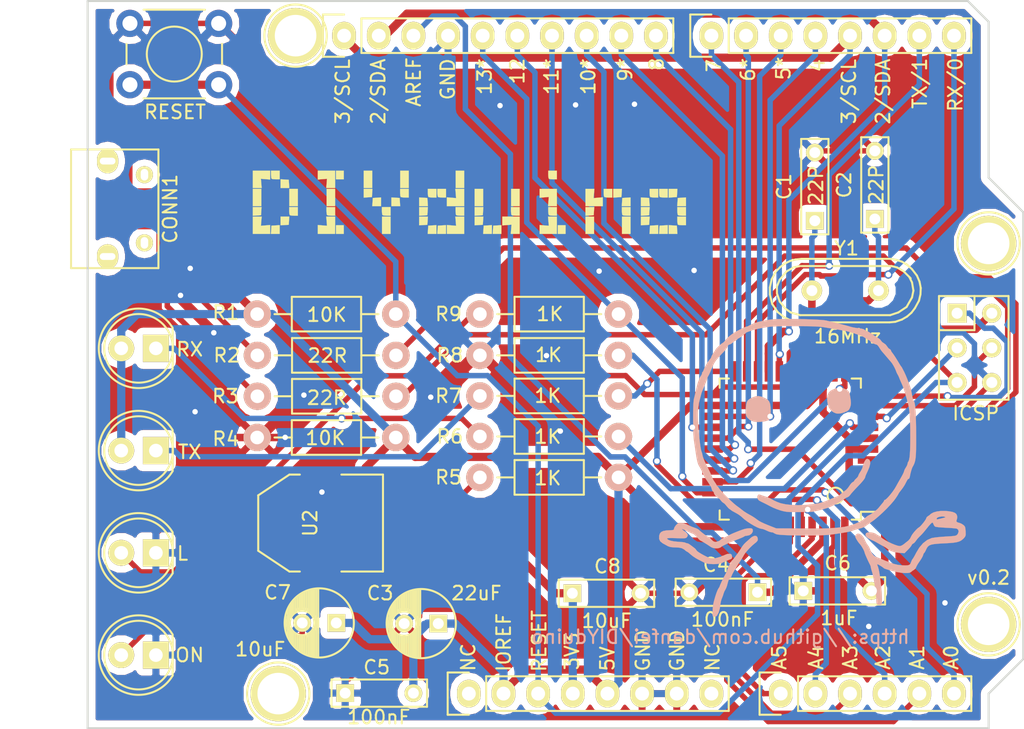
<source format=kicad_pcb>
(kicad_pcb (version 4) (host pcbnew 4.0.4+dfsg1-stable)
  (title_block (date "lun. 30 mars 2015"))
  (layers (0 F.Cu signal) (31 B.Cu signal) (34 B.Paste user) (35 F.Paste user) (36 B.SilkS user hide) (37 F.SilkS user) (38 B.Mask user) (39 F.Mask user) (44 Edge.Cuts user))
  (net 0 "")
  (net 1 GND)
  (net 2 /Vin)
  (net 3 /A0)
  (net 4 /A1)
  (net 5 /A2)
  (net 6 /A3)
  (net 7 /AREF)
  (net 8 "Net-(P5-Pad1)")
  (net 9 "Net-(P6-Pad1)")
  (net 10 "Net-(P7-Pad1)")
  (net 11 "Net-(P8-Pad1)")
  (net 12 "Net-(P1-Pad1)")
  (net 13 "Net-(C1-Pad1)")
  (net 14 "Net-(C2-Pad1)")
  (net 15 +5C)
  (net 16 "Net-(CONN1-Pad2)")
  (net 17 "Net-(CONN1-Pad3)")
  (net 18 /MISO)
  (net 19 /SCK)
  (net 20 /MOSI)
  (net 21 /RESET)
  (net 22 "Net-(D3-Pad2)")
  (net 23 "Net-(D4-Pad2)")
  (net 24 /A4)
  (net 25 /A5)
  (net 26 /IO13)
  (net 27 /IO12)
  (net 28 /IO11)
  (net 29 /IO10)
  (net 30 /IO9)
  (net 31 /IO8)
  (net 32 /D7)
  (net 33 /D6)
  (net 34 /D5)
  (net 35 /D4)
  (net 36 /D3)
  (net 37 /D2)
  (net 38 /D1)
  (net 39 /D0)
  (net 40 /D+)
  (net 41 /D-)
  (net 42 /RX_LED)
  (net 43 /TX_LED)
  (net 44 /HWB)
  (net 45 +3V3)
  (net 46 "Net-(D1-Pad1)")
  (net 47 "Net-(D2-Pad1)")
  (module Crystals:Crystal_HC49-U_Vertical (layer F.Cu) (at 166.523 94.265)
    (fp_text reference Y1 (at 0.1 -3.1) (layer F.SilkS))
    (fp_text value 16MHz)
    (pad 1 thru_hole circle (at -2.44094 0) (size 1.50114 1.50114) (drill 0.8001) (layers *.Cu *.Mask F.SilkS) (net 13 "Net-(C1-Pad1)"))
    (pad 2 thru_hole circle (at 2.44094 0) (size 1.50114 1.50114) (drill 0.8001) (layers *.Cu *.Mask F.SilkS) (net 14 "Net-(C2-Pad1)"))
  )
  (module Socket_Arduino_Uno:Socket_Strip_Arduino_1x08 (layer F.Cu) (at 138.938 123.825)
    (fp_text reference P1 hide)
    (fp_text value Power)
    (pad 1 thru_hole oval (at 0 0) (size 1.7272 2.032) (drill 1.016) (layers *.Cu *.Mask F.SilkS) (net 12 "Net-(P1-Pad1)"))
    (pad 2 thru_hole oval (at 2.54 0) (size 1.7272 2.032) (drill 1.016) (layers *.Cu *.Mask F.SilkS) (net 15 +5C))
    (pad 3 thru_hole oval (at 5.08 0) (size 1.7272 2.032) (drill 1.016) (layers *.Cu *.Mask F.SilkS) (net 21 /RESET))
    (pad 4 thru_hole oval (at 7.62 0) (size 1.7272 2.032) (drill 1.016) (layers *.Cu *.Mask F.SilkS) (net 45 +3V3))
    (pad 5 thru_hole oval (at 10.16 0) (size 1.7272 2.032) (drill 1.016) (layers *.Cu *.Mask F.SilkS) (net 15 +5C))
    (pad 6 thru_hole oval (at 12.7 0) (size 1.7272 2.032) (drill 1.016) (layers *.Cu *.Mask F.SilkS) (net 1 GND))
    (pad 7 thru_hole oval (at 15.24 0) (size 1.7272 2.032) (drill 1.016) (layers *.Cu *.Mask F.SilkS) (net 1 GND))
    (pad 8 thru_hole oval (at 17.78 0) (size 1.7272 2.032) (drill 1.016) (layers *.Cu *.Mask F.SilkS) (net 2 /Vin))
  )
  (module Socket_Arduino_Uno:Socket_Strip_Arduino_1x06 (layer F.Cu) (at 161.798 123.825)
    (fp_text reference P2 hide)
    (fp_text value Analog)
    (pad 1 thru_hole oval (at 0 0) (size 1.7272 2.032) (drill 1.016) (layers *.Cu *.Mask F.SilkS) (net 25 /A5))
    (pad 2 thru_hole oval (at 2.54 0) (size 1.7272 2.032) (drill 1.016) (layers *.Cu *.Mask F.SilkS) (net 24 /A4))
    (pad 3 thru_hole oval (at 5.08 0) (size 1.7272 2.032) (drill 1.016) (layers *.Cu *.Mask F.SilkS) (net 6 /A3))
    (pad 4 thru_hole oval (at 7.62 0) (size 1.7272 2.032) (drill 1.016) (layers *.Cu *.Mask F.SilkS) (net 5 /A2))
    (pad 5 thru_hole oval (at 10.16 0) (size 1.7272 2.032) (drill 1.016) (layers *.Cu *.Mask F.SilkS) (net 4 /A1))
    (pad 6 thru_hole oval (at 12.7 0) (size 1.7272 2.032) (drill 1.016) (layers *.Cu *.Mask F.SilkS) (net 3 /A0))
  )
  (module Socket_Arduino_Uno:Socket_Strip_Arduino_1x10 (layer F.Cu) (at 129.794 75.565)
    (fp_text reference P3 hide)
    (fp_text value Digital)
    (pad 1 thru_hole oval (at 0 0) (size 1.7272 2.032) (drill 1.016) (layers *.Cu *.Mask F.SilkS) (net 36 /D3))
    (pad 2 thru_hole oval (at 2.54 0) (size 1.7272 2.032) (drill 1.016) (layers *.Cu *.Mask F.SilkS) (net 37 /D2))
    (pad 3 thru_hole oval (at 5.08 0) (size 1.7272 2.032) (drill 1.016) (layers *.Cu *.Mask F.SilkS) (net 7 /AREF))
    (pad 4 thru_hole oval (at 7.62 0) (size 1.7272 2.032) (drill 1.016) (layers *.Cu *.Mask F.SilkS) (net 1 GND))
    (pad 5 thru_hole oval (at 10.16 0) (size 1.7272 2.032) (drill 1.016) (layers *.Cu *.Mask F.SilkS) (net 26 /IO13))
    (pad 6 thru_hole oval (at 12.7 0) (size 1.7272 2.032) (drill 1.016) (layers *.Cu *.Mask F.SilkS) (net 27 /IO12))
    (pad 7 thru_hole oval (at 15.24 0) (size 1.7272 2.032) (drill 1.016) (layers *.Cu *.Mask F.SilkS) (net 28 /IO11))
    (pad 8 thru_hole oval (at 17.78 0) (size 1.7272 2.032) (drill 1.016) (layers *.Cu *.Mask F.SilkS) (net 29 /IO10))
    (pad 9 thru_hole oval (at 20.32 0) (size 1.7272 2.032) (drill 1.016) (layers *.Cu *.Mask F.SilkS) (net 30 /IO9))
    (pad 10 thru_hole oval (at 22.86 0) (size 1.7272 2.032) (drill 1.016) (layers *.Cu *.Mask F.SilkS) (net 31 /IO8))
  )
  (module Socket_Arduino_Uno:Socket_Strip_Arduino_1x08 (layer F.Cu) (at 156.718 75.565)
    (fp_text reference P4 hide)
    (fp_text value Digital)
    (pad 1 thru_hole oval (at 0 0) (size 1.7272 2.032) (drill 1.016) (layers *.Cu *.Mask F.SilkS) (net 32 /D7))
    (pad 2 thru_hole oval (at 2.54 0) (size 1.7272 2.032) (drill 1.016) (layers *.Cu *.Mask F.SilkS) (net 33 /D6))
    (pad 3 thru_hole oval (at 5.08 0) (size 1.7272 2.032) (drill 1.016) (layers *.Cu *.Mask F.SilkS) (net 34 /D5))
    (pad 4 thru_hole oval (at 7.62 0) (size 1.7272 2.032) (drill 1.016) (layers *.Cu *.Mask F.SilkS) (net 35 /D4))
    (pad 5 thru_hole oval (at 10.16 0) (size 1.7272 2.032) (drill 1.016) (layers *.Cu *.Mask F.SilkS) (net 36 /D3))
    (pad 6 thru_hole oval (at 12.7 0) (size 1.7272 2.032) (drill 1.016) (layers *.Cu *.Mask F.SilkS) (net 37 /D2))
    (pad 7 thru_hole oval (at 15.24 0) (size 1.7272 2.032) (drill 1.016) (layers *.Cu *.Mask F.SilkS) (net 38 /D1))
    (pad 8 thru_hole oval (at 17.78 0) (size 1.7272 2.032) (drill 1.016) (layers *.Cu *.Mask F.SilkS) (net 39 /D0))
  )
  (module Socket_Arduino_Uno:Arduino_1pin (layer F.Cu) (at 124.968 123.825)
    (fp_text reference P5 hide)
    (fp_text value CONN_1 hide)
    (pad 1 thru_hole circle (at 0 0) (size 4.064 4.064) (drill 3.048) (layers *.Cu *.Mask F.SilkS) (net 8 "Net-(P5-Pad1)"))
  )
  (module Socket_Arduino_Uno:Arduino_1pin (layer F.Cu) (at 177.038 118.745)
    (fp_text reference P6 hide)
    (fp_text value CONN_1 hide)
    (pad 1 thru_hole circle (at 0 0) (size 4.064 4.064) (drill 3.048) (layers *.Cu *.Mask F.SilkS) (net 9 "Net-(P6-Pad1)"))
  )
  (module Socket_Arduino_Uno:Arduino_1pin (layer F.Cu) (at 126.238 75.565)
    (fp_text reference P7 hide)
    (fp_text value CONN_1 hide)
    (pad 1 thru_hole circle (at 0 0) (size 4.064 4.064) (drill 3.048) (layers *.Cu *.Mask F.SilkS) (net 10 "Net-(P7-Pad1)"))
  )
  (module Socket_Arduino_Uno:Arduino_1pin (layer F.Cu) (at 177.038 90.805)
    (fp_text reference P8 hide)
    (fp_text value CONN_1 hide)
    (pad 1 thru_hole circle (at 0 0) (size 4.064 4.064) (drill 3.048) (layers *.Cu *.Mask F.SilkS) (net 11 "Net-(P8-Pad1)"))
  )
  (module Capacitors_ThroughHole:C_Rect_L7_W2_P5 (layer F.Cu) (at 164.298 89.14 90)
    (fp_text reference C1 (at 2.5 -2.25 90) (layer F.SilkS))
    (fp_text value 22P)
    (pad 1 thru_hole rect (at 0 0 90) (size 1.3 1.3) (drill 0.8) (layers *.Cu *.Mask F.SilkS) (net 13 "Net-(C1-Pad1)"))
    (pad 2 thru_hole circle (at 5 0 90) (size 1.3 1.3) (drill 0.8) (layers *.Cu *.Mask F.SilkS) (net 1 GND))
  )
  (module Capacitors_ThroughHole:C_Rect_L7_W2_P5 (layer F.Cu) (at 168.698 89.015 90)
    (fp_text reference C2 (at 2.5 -2.25 90) (layer F.SilkS))
    (fp_text value 22P)
    (pad 1 thru_hole rect (at 0 0 90) (size 1.3 1.3) (drill 0.8) (layers *.Cu *.Mask F.SilkS) (net 14 "Net-(C2-Pad1)"))
    (pad 2 thru_hole circle (at 5 0 90) (size 1.3 1.3) (drill 0.8) (layers *.Cu *.Mask F.SilkS) (net 1 GND))
  )
  (module Capacitors_ThroughHole:C_Radial_D5_L11_P2.5 (layer F.Cu) (at 136.698 118.69 180)
    (fp_text reference C3 (at 4.2624 2.231 180) (layer F.SilkS))
    (fp_text value 22uF)
    (pad 1 thru_hole rect (at 0 0 180) (size 1.3 1.3) (drill 0.8) (layers *.Cu *.Mask F.SilkS) (net 15 +5C))
    (pad 2 thru_hole circle (at 2.5 0 180) (size 1.3 1.3) (drill 0.8) (layers *.Cu *.Mask F.SilkS) (net 1 GND))
  )
  (module Capacitors_ThroughHole:C_Rect_L7_W2_P5 (layer F.Cu) (at 160.098 116.39 180)
    (fp_text reference C4 (at 3.025 2 180) (layer F.SilkS))
    (fp_text value 100nF)
    (pad 1 thru_hole rect (at 0 0 180) (size 1.3 1.3) (drill 0.8) (layers *.Cu *.Mask F.SilkS) (net 7 /AREF))
    (pad 2 thru_hole circle (at 5 0 180) (size 1.3 1.3) (drill 0.8) (layers *.Cu *.Mask F.SilkS) (net 1 GND))
  )
  (module Capacitors_ThroughHole:C_Rect_L7_W2_P5 (layer F.Cu) (at 129.873 123.79)
    (fp_text reference C5 (at 2.3086 -1.8954) (layer F.SilkS))
    (fp_text value 100nF)
    (pad 1 thru_hole rect (at 0 0) (size 1.3 1.3) (drill 0.8) (layers *.Cu *.Mask F.SilkS) (net 1 GND))
    (pad 2 thru_hole circle (at 5 0) (size 1.3 1.3) (drill 0.8) (layers *.Cu *.Mask F.SilkS) (net 15 +5C))
  )
  (module Capacitors_ThroughHole:C_Rect_L7_W2_P5 (layer F.Cu) (at 163.448 116.29)
    (fp_text reference C6 (at 2.525 -2.025) (layer F.SilkS))
    (fp_text value 1uF)
    (pad 1 thru_hole rect (at 0 0) (size 1.3 1.3) (drill 0.8) (layers *.Cu *.Mask F.SilkS) (net 1 GND))
    (pad 2 thru_hole circle (at 5 0) (size 1.3 1.3) (drill 0.8) (layers *.Cu *.Mask F.SilkS) (net 15 +5C))
  )
  (module SmartEye:USB_Micro-B (layer F.Cu) (at 113.598 88.265 270)
    (fp_text reference CONN1 (at 0 -3.45 270) (layer F.SilkS))
    (fp_text value USB_B)
    (pad 1 smd rect (at -1.3009 -1.56254) (size 1.35 0.4) (layers F.Cu F.Paste F.Mask) (net 15 +5C))
    (pad 2 smd rect (at -0.6509 -1.56254) (size 1.35 0.4) (layers F.Cu F.Paste F.Mask) (net 16 "Net-(CONN1-Pad2)"))
    (pad 3 smd rect (at -0.0009 -1.56254) (size 1.35 0.4) (layers F.Cu F.Paste F.Mask) (net 17 "Net-(CONN1-Pad3)"))
    (pad 4 smd rect (at 0.6491 -1.56254) (size 1.35 0.4) (layers F.Cu F.Paste F.Mask) (net 1 GND))
    (pad 5 smd rect (at 1.2991 -1.56254) (size 1.35 0.4) (layers F.Cu F.Paste F.Mask) (net 1 GND))
    (pad 6 thru_hole oval (at -2.5009 -1.56254) (size 1.25 1.25) (drill oval 0.55 0.85) (layers *.Cu *.Mask F.SilkS))
    (pad 6 thru_hole oval (at 2.4991 -1.56254) (size 1.25 1.25) (drill oval 0.55 0.85) (layers *.Cu *.Mask F.SilkS))
    (pad 6 thru_hole oval (at -3.5009 1.13746) (size 1.55 1.8) (drill oval 1.15 0.5) (layers *.Cu *.Mask F.SilkS))
    (pad 6 thru_hole oval (at 3.4991 1.13746) (size 1.55 1.8) (drill oval 1.15 0.5) (layers *.Cu *.Mask F.SilkS))
  )
  (module Connectors:CONN_2.54mm_2x3 (layer F.Cu) (at 175.998 98.465 180)
    (fp_text reference CONN2 hide)
    (fp_text value ICSP hide)
    (pad 1 thru_hole rect (at 1.27 2.54 180) (size 1.397 1.397) (drill 0.8128) (layers *.Cu *.Mask F.SilkS) (net 18 /MISO))
    (pad 2 thru_hole circle (at -1.27 2.54 180) (size 1.397 1.397) (drill 0.8128) (layers *.Cu *.Mask F.SilkS) (net 15 +5C))
    (pad 3 thru_hole circle (at 1.27 0 180) (size 1.397 1.397) (drill 0.8128) (layers *.Cu *.Mask F.SilkS) (net 19 /SCK))
    (pad 4 thru_hole circle (at -1.27 0 180) (size 1.397 1.397) (drill 0.8128) (layers *.Cu *.Mask F.SilkS) (net 20 /MOSI))
    (pad 5 thru_hole circle (at 1.27 -2.54 180) (size 1.397 1.397) (drill 0.8128) (layers *.Cu *.Mask F.SilkS) (net 21 /RESET))
    (pad 6 thru_hole circle (at -1.27 -2.54 180) (size 1.397 1.397) (drill 0.8128) (layers *.Cu *.Mask F.SilkS) (net 1 GND))
  )
  (module LEDs:LED-5MM (layer F.Cu) (at 116 98.5 180)
    (fp_text reference D1 hide)
    (fp_text value RX)
    (fp_text user RX (at -2.475 -0.075 180) (layer F.SilkS))
    (pad 1 thru_hole rect (at 0 0 270) (size 2 1.9) (drill 1.00076) (layers *.Cu *.Mask F.SilkS) (net 46 "Net-(D1-Pad1)"))
    (pad 2 thru_hole circle (at 2.54 0 180) (size 1.9 1.9) (drill 1.00076) (layers *.Cu *.Mask F.SilkS) (net 15 +5C))
  )
  (module LEDs:LED-5MM (layer F.Cu) (at 116 106 180)
    (fp_text reference D2 hide)
    (fp_text value TX)
    (fp_text user TX (at -2.475 -0.1 180) (layer F.SilkS))
    (pad 1 thru_hole rect (at 0 0 270) (size 2 1.9) (drill 1.00076) (layers *.Cu *.Mask F.SilkS) (net 47 "Net-(D2-Pad1)"))
    (pad 2 thru_hole circle (at 2.54 0 180) (size 1.9 1.9) (drill 1.00076) (layers *.Cu *.Mask F.SilkS) (net 15 +5C))
  )
  (module LEDs:LED-5MM (layer F.Cu) (at 116 113.5 180)
    (fp_text reference D3 hide)
    (fp_text value L)
    (fp_text user L (at -1.95 -0.05 180) (layer F.SilkS))
    (pad 1 thru_hole rect (at 0 0 270) (size 2 1.9) (drill 1.00076) (layers *.Cu *.Mask F.SilkS) (net 1 GND))
    (pad 2 thru_hole circle (at 2.54 0 180) (size 1.9 1.9) (drill 1.00076) (layers *.Cu *.Mask F.SilkS) (net 22 "Net-(D3-Pad2)"))
  )
  (module LEDs:LED-5MM (layer F.Cu) (at 116 121 180)
    (fp_text reference D4 hide)
    (fp_text value ON)
    (fp_text user ON (at -2.475 0 180) (layer F.SilkS))
    (pad 1 thru_hole rect (at 0 0 270) (size 2 1.9) (drill 1.00076) (layers *.Cu *.Mask F.SilkS) (net 1 GND))
    (pad 2 thru_hole circle (at 2.54 0 180) (size 1.9 1.9) (drill 1.00076) (layers *.Cu *.Mask F.SilkS) (net 23 "Net-(D4-Pad2)"))
  )
  (module Buttons_Switches_ThroughHole:SW_PUSH_6mm (layer F.Cu) (at 114.098 74.665)
    (fp_text reference SW1 hide)
    (fp_text value SW_RESET)
    (pad 2 thru_hole circle (at 0 4.5 90) (size 2 2) (drill 1.1) (layers *.Cu *.Mask) (net 21 /RESET))
    (pad 1 thru_hole circle (at 0 0 90) (size 2 2) (drill 1.1) (layers *.Cu *.Mask) (net 1 GND))
    (pad 2 thru_hole circle (at 6.5 4.5 90) (size 2 2) (drill 1.1) (layers *.Cu *.Mask) (net 21 /RESET))
    (pad 1 thru_hole circle (at 6.5 0 90) (size 2 2) (drill 1.1) (layers *.Cu *.Mask) (net 1 GND))
  )
  (module Housings_QFP:TQFP-44_10x10mm_Pitch0.8mm (layer F.Cu) (at 162.498 105.89 180)
    (fp_text reference U1 hide)
    (fp_text value ATmega32U4-AU)
    (pad 1 smd rect (at -5.7 -4 180) (size 1.5 0.55) (layers F.Cu F.Paste F.Mask) (net 32 /D7))
    (pad 2 smd rect (at -5.7 -3.2 180) (size 1.5 0.55) (layers F.Cu F.Paste F.Mask) (net 15 +5C))
    (pad 3 smd rect (at -5.7 -2.4 180) (size 1.5 0.55) (layers F.Cu F.Paste F.Mask) (net 41 /D-))
    (pad 4 smd rect (at -5.7 -1.6 180) (size 1.5 0.55) (layers F.Cu F.Paste F.Mask) (net 40 /D+))
    (pad 5 smd rect (at -5.7 -0.8 180) (size 1.5 0.55) (layers F.Cu F.Paste F.Mask) (net 1 GND))
    (pad 6 smd rect (at -5.7 0 180) (size 1.5 0.55) (layers F.Cu F.Paste F.Mask) (net 15 +5C))
    (pad 7 smd rect (at -5.7 0.8 180) (size 1.5 0.55) (layers F.Cu F.Paste F.Mask) (net 15 +5C))
    (pad 8 smd rect (at -5.7 1.6 180) (size 1.5 0.55) (layers F.Cu F.Paste F.Mask) (net 42 /RX_LED))
    (pad 9 smd rect (at -5.7 2.4 180) (size 1.5 0.55) (layers F.Cu F.Paste F.Mask) (net 19 /SCK))
    (pad 10 smd rect (at -5.7 3.2 180) (size 1.5 0.55) (layers F.Cu F.Paste F.Mask) (net 20 /MOSI))
    (pad 11 smd rect (at -5.7 4 180) (size 1.5 0.55) (layers F.Cu F.Paste F.Mask) (net 18 /MISO))
    (pad 12 smd rect (at -4 5.7 270) (size 1.5 0.55) (layers F.Cu F.Paste F.Mask) (net 28 /IO11))
    (pad 13 smd rect (at -3.2 5.7 270) (size 1.5 0.55) (layers F.Cu F.Paste F.Mask) (net 21 /RESET))
    (pad 14 smd rect (at -2.4 5.7 270) (size 1.5 0.55) (layers F.Cu F.Paste F.Mask) (net 15 +5C))
    (pad 15 smd rect (at -1.6 5.7 270) (size 1.5 0.55) (layers F.Cu F.Paste F.Mask) (net 1 GND))
    (pad 16 smd rect (at -0.8 5.7 270) (size 1.5 0.55) (layers F.Cu F.Paste F.Mask) (net 14 "Net-(C2-Pad1)"))
    (pad 17 smd rect (at 0 5.7 270) (size 1.5 0.55) (layers F.Cu F.Paste F.Mask) (net 13 "Net-(C1-Pad1)"))
    (pad 18 smd rect (at 0.8 5.7 270) (size 1.5 0.55) (layers F.Cu F.Paste F.Mask) (net 36 /D3))
    (pad 19 smd rect (at 1.6 5.7 270) (size 1.5 0.55) (layers F.Cu F.Paste F.Mask) (net 37 /D2))
    (pad 20 smd rect (at 2.4 5.7 270) (size 1.5 0.55) (layers F.Cu F.Paste F.Mask) (net 39 /D0))
    (pad 21 smd rect (at 3.2 5.7 270) (size 1.5 0.55) (layers F.Cu F.Paste F.Mask) (net 38 /D1))
    (pad 22 smd rect (at 4 5.7 270) (size 1.5 0.55) (layers F.Cu F.Paste F.Mask) (net 43 /TX_LED))
    (pad 23 smd rect (at 5.7 4 180) (size 1.5 0.55) (layers F.Cu F.Paste F.Mask) (net 1 GND))
    (pad 24 smd rect (at 5.7 3.2 180) (size 1.5 0.55) (layers F.Cu F.Paste F.Mask) (net 15 +5C))
    (pad 25 smd rect (at 5.7 2.4 180) (size 1.5 0.55) (layers F.Cu F.Paste F.Mask) (net 35 /D4))
    (pad 26 smd rect (at 5.7 1.6 180) (size 1.5 0.55) (layers F.Cu F.Paste F.Mask) (net 27 /IO12))
    (pad 27 smd rect (at 5.7 0.8 180) (size 1.5 0.55) (layers F.Cu F.Paste F.Mask) (net 33 /D6))
    (pad 28 smd rect (at 5.7 0 180) (size 1.5 0.55) (layers F.Cu F.Paste F.Mask) (net 31 /IO8))
    (pad 29 smd rect (at 5.7 -0.8 180) (size 1.5 0.55) (layers F.Cu F.Paste F.Mask) (net 30 /IO9))
    (pad 30 smd rect (at 5.7 -1.6 180) (size 1.5 0.55) (layers F.Cu F.Paste F.Mask) (net 29 /IO10))
    (pad 31 smd rect (at 5.7 -2.4 180) (size 1.5 0.55) (layers F.Cu F.Paste F.Mask) (net 34 /D5))
    (pad 32 smd rect (at 5.7 -3.2 180) (size 1.5 0.55) (layers F.Cu F.Paste F.Mask) (net 26 /IO13))
    (pad 33 smd rect (at 5.7 -4 180) (size 1.5 0.55) (layers F.Cu F.Paste F.Mask) (net 44 /HWB))
    (pad 34 smd rect (at 4 -5.7 270) (size 1.5 0.55) (layers F.Cu F.Paste F.Mask) (net 15 +5C))
    (pad 35 smd rect (at 3.2 -5.7 270) (size 1.5 0.55) (layers F.Cu F.Paste F.Mask) (net 1 GND))
    (pad 36 smd rect (at 2.4 -5.7 270) (size 1.5 0.55) (layers F.Cu F.Paste F.Mask) (net 3 /A0))
    (pad 37 smd rect (at 1.6 -5.7 270) (size 1.5 0.55) (layers F.Cu F.Paste F.Mask) (net 4 /A1))
    (pad 38 smd rect (at 0.8 -5.7 270) (size 1.5 0.55) (layers F.Cu F.Paste F.Mask) (net 5 /A2))
    (pad 39 smd rect (at 0 -5.7 270) (size 1.5 0.55) (layers F.Cu F.Paste F.Mask) (net 6 /A3))
    (pad 40 smd rect (at -0.8 -5.7 270) (size 1.5 0.55) (layers F.Cu F.Paste F.Mask) (net 24 /A4))
    (pad 41 smd rect (at -1.6 -5.7 270) (size 1.5 0.55) (layers F.Cu F.Paste F.Mask) (net 25 /A5))
    (pad 42 smd rect (at -2.4 -5.7 270) (size 1.5 0.55) (layers F.Cu F.Paste F.Mask) (net 7 /AREF))
    (pad 43 smd rect (at -3.2 -5.7 270) (size 1.5 0.55) (layers F.Cu F.Paste F.Mask) (net 1 GND))
    (pad 44 smd rect (at -4 -5.7 270) (size 1.5 0.55) (layers F.Cu F.Paste F.Mask) (net 15 +5C))
  )
  (module Resistors_ThroughHole:Resistor_Horizontal_RM10mm (layer F.Cu) (at 123.423 95.99)
    (fp_text reference R1 (at -2.3 -0.1) (layer F.SilkS))
    (fp_text value 10K)
    (pad 1 thru_hole circle (at 0 0) (size 1.99898 1.99898) (drill 1.00076) (layers *.Cu *.SilkS *.Mask) (net 15 +5C))
    (pad 2 thru_hole circle (at 10.16 0) (size 1.99898 1.99898) (drill 1.00076) (layers *.Cu *.SilkS *.Mask) (net 21 /RESET))
  )
  (module Resistors_ThroughHole:Resistor_Horizontal_RM10mm (layer F.Cu) (at 133.598 99.015 180)
    (fp_text reference R2 (at 12.4 0 180) (layer F.SilkS))
    (fp_text value 22R)
    (pad 1 thru_hole circle (at 0 0 180) (size 1.99898 1.99898) (drill 1.00076) (layers *.Cu *.SilkS *.Mask) (net 41 /D-))
    (pad 2 thru_hole circle (at 10.16 0 180) (size 1.99898 1.99898) (drill 1.00076) (layers *.Cu *.SilkS *.Mask) (net 16 "Net-(CONN1-Pad2)"))
  )
  (module Resistors_ThroughHole:Resistor_Horizontal_RM10mm (layer F.Cu) (at 133.598 102.015 180)
    (fp_text reference R3 (at 12.5 0 180) (layer F.SilkS))
    (fp_text value 22R)
    (pad 1 thru_hole circle (at 0 0 180) (size 1.99898 1.99898) (drill 1.00076) (layers *.Cu *.SilkS *.Mask) (net 40 /D+))
    (pad 2 thru_hole circle (at 10.16 0 180) (size 1.99898 1.99898) (drill 1.00076) (layers *.Cu *.SilkS *.Mask) (net 17 "Net-(CONN1-Pad3)"))
  )
  (module Resistors_ThroughHole:Resistor_Horizontal_RM10mm (layer F.Cu) (at 123.423 105.04)
    (fp_text reference R4 (at -2.3 0.1) (layer F.SilkS))
    (fp_text value 10K)
    (pad 1 thru_hole circle (at 0 0) (size 1.99898 1.99898) (drill 1.00076) (layers *.Cu *.SilkS *.Mask) (net 1 GND))
    (pad 2 thru_hole circle (at 10.16 0) (size 1.99898 1.99898) (drill 1.00076) (layers *.Cu *.SilkS *.Mask) (net 15 +5C))
  )
  (module Resistors_ThroughHole:Resistor_Horizontal_RM10mm (layer F.Cu) (at 139.748 107.965)
    (fp_text reference R5 (at -2.3 0) (layer F.SilkS))
    (fp_text value 1K)
    (pad 1 thru_hole circle (at 0 0) (size 1.99898 1.99898) (drill 1.00076) (layers *.Cu *.SilkS *.Mask) (net 23 "Net-(D4-Pad2)"))
    (pad 2 thru_hole circle (at 10.16 0) (size 1.99898 1.99898) (drill 1.00076) (layers *.Cu *.SilkS *.Mask) (net 15 +5C))
  )
  (module Resistors_ThroughHole:Resistor_Horizontal_RM10mm (layer F.Cu) (at 139.748 104.965)
    (fp_text reference R6 (at -2.2 0) (layer F.SilkS))
    (fp_text value 1K)
    (pad 1 thru_hole circle (at 0 0) (size 1.99898 1.99898) (drill 1.00076) (layers *.Cu *.SilkS *.Mask) (net 46 "Net-(D1-Pad1)"))
    (pad 2 thru_hole circle (at 10.16 0) (size 1.99898 1.99898) (drill 1.00076) (layers *.Cu *.SilkS *.Mask) (net 42 /RX_LED))
  )
  (module Resistors_ThroughHole:Resistor_Horizontal_RM10mm (layer F.Cu) (at 139.748 101.99)
    (fp_text reference R7 (at -2.3 0) (layer F.SilkS))
    (fp_text value 1K)
    (pad 1 thru_hole circle (at 0 0) (size 1.99898 1.99898) (drill 1.00076) (layers *.Cu *.SilkS *.Mask) (net 47 "Net-(D2-Pad1)"))
    (pad 2 thru_hole circle (at 10.16 0) (size 1.99898 1.99898) (drill 1.00076) (layers *.Cu *.SilkS *.Mask) (net 43 /TX_LED))
  )
  (module Resistors_ThroughHole:Resistor_Horizontal_RM10mm (layer F.Cu) (at 139.748 99.015)
    (fp_text reference R8 (at -2.2 0) (layer F.SilkS))
    (fp_text value 1K)
    (pad 1 thru_hole circle (at 0 0) (size 1.99898 1.99898) (drill 1.00076) (layers *.Cu *.SilkS *.Mask) (net 1 GND))
    (pad 2 thru_hole circle (at 10.16 0) (size 1.99898 1.99898) (drill 1.00076) (layers *.Cu *.SilkS *.Mask) (net 44 /HWB))
  )
  (module Resistors_ThroughHole:Resistor_Horizontal_RM10mm (layer F.Cu) (at 139.748 95.99)
    (fp_text reference R9 (at -2.3 0) (layer F.SilkS))
    (fp_text value 1K)
    (pad 1 thru_hole circle (at 0 0) (size 1.99898 1.99898) (drill 1.00076) (layers *.Cu *.SilkS *.Mask) (net 22 "Net-(D3-Pad2)"))
    (pad 2 thru_hole circle (at 10.16 0) (size 1.99898 1.99898) (drill 1.00076) (layers *.Cu *.SilkS *.Mask) (net 26 /IO13))
  )
  (module Capacitors_ThroughHole:C_Radial_D5_L11_P2.5 (layer F.Cu) (at 129.223 118.64 180)
    (fp_text reference C7 (at 4.3058 2.2318 180) (layer F.SilkS))
    (fp_text value 10uF/25V)
    (pad 1 thru_hole rect (at 0 0 180) (size 1.3 1.3) (drill 0.8) (layers *.Cu *.Mask F.SilkS) (net 15 +5C))
    (pad 2 thru_hole circle (at 2.5 0 180) (size 1.3 1.3) (drill 0.8) (layers *.Cu *.Mask F.SilkS) (net 1 GND))
  )
  (module Capacitors_ThroughHole:C_Rect_L7_W2_P5 (layer F.Cu) (at 146.523 116.465)
    (fp_text reference C8 (at 2.575 -1.975) (layer F.SilkS))
    (fp_text value 10uF)
    (pad 1 thru_hole rect (at 0 0) (size 1.3 1.3) (drill 0.8) (layers *.Cu *.Mask F.SilkS) (net 45 +3V3))
    (pad 2 thru_hole circle (at 5 0) (size 1.3 1.3) (drill 0.8) (layers *.Cu *.Mask F.SilkS) (net 1 GND))
  )
  (module TO_SOT_Packages_SMD:SOT-223 (layer F.Cu) (at 128.073 111.315 90)
    (fp_text reference U2 (at 0 -0.762 90) (layer F.SilkS))
    (fp_text value NCP1117ST33T3G)
    (pad 4 smd rect (at 0 -3.302 90) (size 3.6576 2.032) (layers F.Cu F.Paste F.Mask))
    (pad 2 smd rect (at 0 3.302 90) (size 1.016 2.032) (layers F.Cu F.Paste F.Mask) (net 45 +3V3))
    (pad 3 smd rect (at 2.286 3.302 90) (size 1.016 2.032) (layers F.Cu F.Paste F.Mask) (net 15 +5C))
    (pad 1 smd rect (at -2.286 3.302 90) (size 1.016 2.032) (layers F.Cu F.Paste F.Mask) (net 1 GND))
  )
  (module reduino:diyduino (layer F.Cu) (at 151.298 87.565)
    (fp_text reference G*** hide)
    (fp_text value LOGO hide)
  )
  (module USBcablecracker:donotcare (layer B.Cu) (at 164.1856 107.3658 180)
    (fp_text reference G*** hide)
    (fp_text value LOGO hide)
  )
  (gr_circle (center 165.8112 109.2962) (end 166.37 109.1438) (layer F.SilkS) (width 0.15))
  (gr_text 100nF (at 132.334 125.5522) (layer F.SilkS) (effects (font (size 1 1))))
  (gr_text 22uF (at 139.4968 116.459) (layer F.SilkS) (effects (font (size 1 1))))
  (gr_text 10uF (at 123.6472 120.5738) (layer F.SilkS) (effects (font (size 1 1))))
  (gr_text 1uF (at 166.0652 118.2878) (layer F.SilkS) (effects (font (size 1 1))))
  (gr_text 100nF (at 157.5308 118.3894) (layer F.SilkS) (effects (font (size 1 1))))
  (gr_text 10uF (at 149.0472 118.491) (layer F.SilkS) (effects (font (size 1 1))))
  (gr_text 22P (at 168.8084 86.487 90) (layer F.SilkS) (effects (font (size 1 1))))
  (gr_text 22P (at 164.3888 86.5378 90) (layer F.SilkS) (effects (font (size 1 1))))
  (gr_text 1K (at 144.7292 108.0262) (layer F.SilkS) (effects (font (size 1 1))))
  (gr_text 1K (at 144.7292 104.9782) (layer F.SilkS) (effects (font (size 1 1))))
  (gr_text 1K (at 144.7292 101.981) (layer F.SilkS) (effects (font (size 1 1))))
  (gr_text 1K (at 144.78 98.9838) (layer F.SilkS) (effects (font (size 1 1))))
  (gr_text 1K (at 144.8816 95.9866) (layer F.SilkS) (effects (font (size 1 1))))
  (gr_text 10K (at 128.4224 105.0798) (layer F.SilkS) (effects (font (size 1 1))))
  (gr_text 22R (at 128.524 102.1334) (layer F.SilkS) (effects (font (size 1 1))))
  (gr_text 22R (at 128.5748 99.0346) (layer F.SilkS) (effects (font (size 1 1))))
  (gr_text 10K (at 128.524 96.0374) (layer F.SilkS) (effects (font (size 1 1))))
  (gr_text https://github.com/danfei/DIYduino (at 157.3784 119.6594) (layer B.SilkS) (effects (font (size 1 1)) (justify mirror)))
  (gr_text "v0.2\n" (at 177.038 115.316) (layer F.SilkS) (effects (font (size 1 1))))
  (gr_text NC (at 156.798 121.165 90) (layer F.SilkS) (effects (font (size 1 1))))
  (gr_text RESET (at 144.098 119.965 90) (layer F.SilkS) (effects (font (size 1 1))))
  (gr_text IOREF (at 141.498 120.065 90) (layer F.SilkS) (effects (font (size 1 1))))
  (gr_text 3V3 (at 146.498 120.715 90) (layer F.SilkS) (effects (font (size 1 1))))
  (gr_text NC (at 138.898 121.165 90) (layer F.SilkS) (effects (font (size 1 1))))
  (gr_text 5V (at 149.098 121.265 90) (layer F.SilkS) (effects (font (size 1 1))))
  (gr_text GND (at 151.698 120.665 90) (layer F.SilkS) (effects (font (size 1 1))))
  (gr_text GND (at 154.198 120.665 90) (layer F.SilkS) (effects (font (size 1 1))))
  (gr_text A5 (at 161.698 121.165 90) (layer F.SilkS) (effects (font (size 1 1))))
  (gr_text A4 (at 164.398 121.165 90) (layer F.SilkS) (effects (font (size 1 1))))
  (gr_text A3 (at 166.898 121.165 90) (layer F.SilkS) (effects (font (size 1 1))))
  (gr_text A2 (at 169.298 121.165 90) (layer F.SilkS) (effects (font (size 1 1))))
  (gr_text A1 (at 171.798 121.165 90) (layer F.SilkS) (effects (font (size 1 1))))
  (gr_text A0 (at 174.298 121.165 90) (layer F.SilkS) (effects (font (size 1 1))))
  (gr_text 3/SCL (at 129.698 79.665 90) (layer F.SilkS) (effects (font (size 1 1))))
  (gr_text 2/SDA (at 132.298 79.665 90) (layer F.SilkS) (effects (font (size 1 1))))
  (gr_text AREF (at 134.898 78.965 90) (layer F.SilkS) (effects (font (size 1 1))))
  (gr_text GND (at 137.398 78.765 90) (layer F.SilkS) (effects (font (size 1 1))))
  (gr_text 13* (at 140.098 78.565 90) (layer F.SilkS) (effects (font (size 1 1))))
  (gr_text 12 (at 142.498 78.165 90) (layer F.SilkS) (effects (font (size 1 1))))
  (gr_text 11* (at 144.998 78.565 90) (layer F.SilkS) (effects (font (size 1 1))))
  (gr_text 10* (at 147.698 78.565 90) (layer F.SilkS) (effects (font (size 1 1))))
  (gr_text 9* (at 150.398 78.065 90) (layer F.SilkS) (effects (font (size 1 1))))
  (gr_text 8 (at 152.698 77.665 90) (layer F.SilkS) (effects (font (size 1 1))))
  (gr_text 7 (at 156.898 77.765 90) (layer F.SilkS) (effects (font (size 1 1))))
  (gr_text 6* (at 159.398 78.065 90) (layer F.SilkS) (effects (font (size 1 1))))
  (gr_text 5* (at 161.998 77.965 90) (layer F.SilkS) (effects (font (size 1 1))))
  (gr_text 4 (at 164.498 77.765 90) (layer F.SilkS) (effects (font (size 1 1))))
  (gr_text 3/SCL (at 166.798 79.665 90) (layer F.SilkS) (effects (font (size 1 1))))
  (gr_text 2/SDA (at 169.298 79.665 90) (layer F.SilkS) (effects (font (size 1 1))))
  (gr_text TX/1 (at 171.998 79.065 90) (layer F.SilkS) (effects (font (size 1 1))))
  (gr_text RX/0 (at 174.598 79.165 90) (layer F.SilkS) (effects (font (size 1 1))))
  (gr_text ICSP (at 176.098 103.265) (layer F.SilkS) (effects (font (size 1 1))))
  (gr_text 16MHz (at 166.698 97.615) (layer F.SilkS) (effects (font (size 1 1))))
  (gr_text RESET (at 117.398 81.165) (layer F.SilkS) (effects (font (size 1 1))))
  (gr_line (start 177.038 74.549) (end 175.514 73.025) (angle 90) (layer Edge.Cuts) (width 0.15))
  (gr_line (start 177.038 85.979) (end 177.038 74.549) (angle 90) (layer Edge.Cuts) (width 0.15))
  (gr_line (start 179.578 88.519) (end 177.038 85.979) (angle 90) (layer Edge.Cuts) (width 0.15))
  (gr_line (start 179.578 121.285) (end 179.578 88.519) (angle 90) (layer Edge.Cuts) (width 0.15))
  (gr_line (start 177.038 123.825) (end 179.578 121.285) (angle 90) (layer Edge.Cuts) (width 0.15))
  (gr_line (start 177.038 126.365) (end 177.038 123.825) (angle 90) (layer Edge.Cuts) (width 0.15))
  (gr_line (start 110.998 126.365) (end 177.038 126.365) (angle 90) (layer Edge.Cuts) (width 0.15))
  (gr_line (start 110.998 73.025) (end 110.998 126.365) (angle 90) (layer Edge.Cuts) (width 0.15))
  (gr_line (start 175.514 73.025) (end 110.998 73.025) (angle 90) (layer Edge.Cuts) (width 0.15))
  (segment (start 155.448 92.7862) (end 148.5392 92.7862) (width 0.55) (layer F.Cu) (net 1))
  (segment (start 151.0792 88.4174) (end 155.448 92.7862) (width 0.55) (layer B.Cu) (net 1))
  (via (at 155.448 92.7862) (size 0.6) (drill 0.4) (layers F.Cu B.Cu) (net 1))
  (segment (start 146.7612 80.645) (end 151.0284 80.645) (width 0.55) (layer F.Cu) (net 1))
  (segment (start 141.224 80.6958) (end 146.7104 80.6958) (width 0.55) (layer F.Cu) (net 1))
  (segment (start 126.6444 80.6958) (end 141.224 80.6958) (width 0.55) (layer F.Cu) (net 1))
  (via (at 141.224 80.6958) (size 0.6) (drill 0.4) (layers F.Cu B.Cu) (net 1))
  (segment (start 120.6136 74.665) (end 126.6444 80.6958) (width 0.55) (layer F.Cu) (net 1))
  (via (at 146.7612 80.645) (size 0.6) (drill 0.4) (layers F.Cu B.Cu) (net 1))
  (segment (start 146.7104 80.6958) (end 146.7612 80.645) (width 0.55) (layer F.Cu) (net 1))
  (via (at 151.0792 80.5942) (size 0.6) (drill 0.4) (layers F.Cu B.Cu) (net 1))
  (segment (start 151.0284 80.645) (end 151.0792 80.5942) (width 0.55) (layer F.Cu) (net 1))
  (segment (start 151.0792 80.5942) (end 151.0792 88.4174) (width 0.55) (layer B.Cu) (net 1))
  (via (at 148.4884 92.837) (size 0.6) (drill 0.4) (layers F.Cu B.Cu) (net 1))
  (segment (start 148.5392 92.7862) (end 148.4884 92.837) (width 0.55) (layer F.Cu) (net 1))
  (segment (start 117.8052 94.615) (end 117.8052 94.9198) (width 0.55) (layer F.Cu) (net 1))
  (segment (start 118.5164 93.9038) (end 117.8052 94.615) (width 0.55) (layer B.Cu) (net 1))
  (via (at 117.8052 94.615) (size 0.6) (drill 0.4) (layers F.Cu B.Cu) (net 1))
  (segment (start 120.4832 74.665) (end 118.5164 76.6318) (width 0.55) (layer B.Cu) (net 1))
  (via (at 118.5164 92.6338) (size 0.6) (drill 0.4) (layers F.Cu B.Cu) (net 1))
  (segment (start 118.5164 76.6318) (end 118.5164 92.6338) (width 0.55) (layer B.Cu) (net 1))
  (segment (start 118.5164 92.6338) (end 118.5164 93.9038) (width 0.55) (layer B.Cu) (net 1))
  (via (at 120.2436 97.3582) (size 0.6) (drill 0.4) (layers F.Cu B.Cu) (net 1))
  (segment (start 117.8052 94.9198) (end 120.2436 97.3582) (width 0.55) (layer F.Cu) (net 1))
  (segment (start 120.598 74.665) (end 120.4832 74.665) (width 0.55) (layer B.Cu) (net 1))
  (segment (start 139.748 99.015) (end 139.2116 99.015) (width 0.55) (layer F.Cu) (net 1))
  (segment (start 139.2116 99.015) (end 136.144 102.0826) (width 0.55) (layer F.Cu) (net 1))
  (via (at 136.144 102.0826) (size 0.6) (drill 0.4) (layers F.Cu B.Cu) (net 1))
  (segment (start 123.423 105.04) (end 125.465 105.04) (width 0.55) (layer F.Cu) (net 1))
  (via (at 125.476 105.029) (size 0.6) (drill 0.4) (layers F.Cu B.Cu) (net 1))
  (segment (start 125.465 105.04) (end 125.476 105.029) (width 0.55) (layer F.Cu) (net 1))
  (segment (start 123.423 105.04) (end 123.7378 105.04) (width 0.55) (layer F.Cu) (net 1))
  (segment (start 123.7378 105.04) (end 126.8476 101.9302) (width 0.55) (layer F.Cu) (net 1))
  (via (at 126.8476 101.9302) (size 0.6) (drill 0.4) (layers F.Cu B.Cu) (net 1))
  (segment (start 123.423 105.04) (end 120.7626 105.04) (width 0.55) (layer F.Cu) (net 1))
  (via (at 118.872 103.1494) (size 0.6) (drill 0.4) (layers F.Cu B.Cu) (net 1))
  (segment (start 120.7626 105.04) (end 118.872 103.1494) (width 0.55) (layer F.Cu) (net 1))
  (segment (start 139.748 99.015) (end 140.0868 99.015) (width 0.55) (layer F.Cu) (net 1))
  (segment (start 140.0868 99.015) (end 145.6436 104.5718) (width 0.55) (layer F.Cu) (net 1))
  (via (at 145.6436 104.5718) (size 0.6) (drill 0.4) (layers F.Cu B.Cu) (net 1))
  (segment (start 139.748 99.015) (end 141.2355 100.5025) (width 0.55) (layer F.Cu) (net 1))
  (segment (start 141.2355 100.5025) (end 143.1597 100.5025) (width 0.55) (layer F.Cu) (net 1))
  (via (at 144.6276 99.0346) (size 0.6) (drill 0.4) (layers F.Cu B.Cu) (net 1))
  (segment (start 143.1597 100.5025) (end 144.6276 99.0346) (width 0.55) (layer F.Cu) (net 1))
  (segment (start 116 113.5) (end 123.7106 113.5) (width 0.55) (layer B.Cu) (net 1))
  (via (at 128.1684 109.0422) (size 0.6) (drill 0.4) (layers F.Cu B.Cu) (net 1))
  (segment (start 123.7106 113.5) (end 128.1684 109.0422) (width 0.55) (layer B.Cu) (net 1))
  (segment (start 120.598 74.665) (end 120.6136 74.665) (width 0.55) (layer F.Cu) (net 1))
  (segment (start 168.2496 118.8974) (end 172.1104 118.8974) (width 0.55) (layer F.Cu) (net 1))
  (segment (start 165.6422 116.29) (end 168.2496 118.8974) (width 0.55) (layer F.Cu) (net 1))
  (via (at 168.2496 118.8974) (size 0.6) (drill 0.4) (layers F.Cu B.Cu) (net 1))
  (segment (start 163.448 116.29) (end 165.6422 116.29) (width 0.55) (layer F.Cu) (net 1))
  (via (at 173.8376 117.1702) (size 0.6) (drill 0.4) (layers F.Cu B.Cu) (net 1))
  (segment (start 172.1104 118.8974) (end 173.8376 117.1702) (width 0.55) (layer F.Cu) (net 1))
  (segment (start 159.298 111.59) (end 159.298 112.7403) (width 0.4) (layer F.Cu) (net 1))
  (segment (start 155.6483 116.39) (end 159.298 112.7403) (width 0.4) (layer F.Cu) (net 1))
  (segment (start 155.098 116.39) (end 155.6483 116.39) (width 0.4) (layer F.Cu) (net 1))
  (segment (start 134.3928 77.9984) (end 135.133 77.9984) (width 0.4) (layer B.Cu) (net 1))
  (segment (start 135.133 77.9984) (end 137.414 75.7174) (width 0.4) (layer B.Cu) (net 1))
  (segment (start 137.414 75.7174) (end 137.414 75.565) (width 0.4) (layer B.Cu) (net 1))
  (segment (start 115.16054 89.5641) (end 114.08554 89.5641) (width 0.4) (layer F.Cu) (net 1))
  (segment (start 114.08554 89.5641) (end 114.0852 89.56376) (width 0.4) (layer F.Cu) (net 1))
  (segment (start 114.0852 89.56376) (end 114.0852 88.9141) (width 0.4) (layer F.Cu) (net 1))
  (segment (start 116 113.5) (end 116 112.0997) (width 0.4) (layer F.Cu) (net 1))
  (segment (start 156.2229 101.89) (end 155.6477 101.89) (width 0.4) (layer F.Cu) (net 1))
  (segment (start 141.2355 100.5025) (end 150.4336 100.5025) (width 0.4) (layer F.Cu) (net 1))
  (segment (start 150.4336 100.5025) (end 151.8211 101.89) (width 0.4) (layer F.Cu) (net 1))
  (segment (start 151.8211 101.89) (end 155.6477 101.89) (width 0.4) (layer F.Cu) (net 1))
  (segment (start 171.583 106.69) (end 177.268 101.005) (width 0.4) (layer F.Cu) (net 1))
  (segment (start 168.198 106.69) (end 171.583 106.69) (width 0.4) (layer F.Cu) (net 1))
  (segment (start 165.698 112.9897) (end 165.698 111.59) (width 0.4) (layer F.Cu) (net 1))
  (segment (start 163.448 115.2397) (end 165.698 112.9897) (width 0.4) (layer F.Cu) (net 1))
  (segment (start 163.448 116.29) (end 163.448 115.2397) (width 0.4) (layer F.Cu) (net 1))
  (segment (start 134.3928 93.6598) (end 134.3928 77.9984) (width 0.4) (layer B.Cu) (net 1))
  (segment (start 139.748 99.015) (end 134.3928 93.6598) (width 0.4) (layer B.Cu) (net 1))
  (segment (start 123.9314 77.9984) (end 134.3928 77.9984) (width 0.4) (layer B.Cu) (net 1))
  (segment (start 120.598 74.665) (end 123.9314 77.9984) (width 0.4) (layer B.Cu) (net 1))
  (segment (start 156.2229 101.89) (end 156.798 101.89) (width 0.4) (layer F.Cu) (net 1))
  (segment (start 164.098 100.19) (end 164.098 101.3403) (width 0.4) (layer F.Cu) (net 1))
  (segment (start 157.3477 101.3403) (end 156.798 101.89) (width 0.4) (layer F.Cu) (net 1))
  (segment (start 164.098 101.3403) (end 157.3477 101.3403) (width 0.4) (layer F.Cu) (net 1))
  (segment (start 123.423 105.04) (end 121.5153 105.04) (width 0.4) (layer F.Cu) (net 1))
  (segment (start 121.5153 106.5844) (end 121.5153 105.04) (width 0.4) (layer F.Cu) (net 1))
  (segment (start 116 112.0997) (end 121.5153 106.5844) (width 0.4) (layer F.Cu) (net 1))
  (segment (start 116.2358 95.6619) (end 116.2358 89.5641) (width 0.4) (layer F.Cu) (net 1))
  (segment (start 121.5153 100.9414) (end 116.2358 95.6619) (width 0.4) (layer F.Cu) (net 1))
  (segment (start 121.5153 105.04) (end 121.5153 100.9414) (width 0.4) (layer F.Cu) (net 1))
  (segment (start 115.1605 88.9141) (end 114.0852 88.9141) (width 0.4) (layer F.Cu) (net 1))
  (segment (start 120.598 74.665) (end 114.098 74.665) (width 0.4) (layer F.Cu) (net 1))
  (segment (start 114.0852 82.6818) (end 114.0852 88.9141) (width 0.4) (layer F.Cu) (net 1))
  (segment (start 112.696 81.2926) (end 114.0852 82.6818) (width 0.4) (layer F.Cu) (net 1))
  (segment (start 112.696 76.067) (end 112.696 81.2926) (width 0.4) (layer F.Cu) (net 1))
  (segment (start 114.098 74.665) (end 112.696 76.067) (width 0.4) (layer F.Cu) (net 1))
  (segment (start 115.1605 89.5641) (end 115.6982 89.5641) (width 0.4) (layer F.Cu) (net 1))
  (segment (start 115.6982 89.5641) (end 116.2358 89.5641) (width 0.4) (layer F.Cu) (net 1))
  (segment (start 163.448 116.29) (end 162.9229 116.29) (width 0.4) (layer B.Cu) (net 1))
  (segment (start 175.1954 97.3627) (end 167.634 97.3627) (width 0.4) (layer B.Cu) (net 1))
  (segment (start 175.998 98.1653) (end 175.1954 97.3627) (width 0.4) (layer B.Cu) (net 1))
  (segment (start 175.998 99.735) (end 175.998 98.1653) (width 0.4) (layer B.Cu) (net 1))
  (segment (start 177.268 101.005) (end 175.998 99.735) (width 0.4) (layer B.Cu) (net 1))
  (segment (start 167.634 85.079) (end 168.698 84.015) (width 0.4) (layer B.Cu) (net 1))
  (segment (start 167.634 97.3627) (end 167.634 85.079) (width 0.4) (layer B.Cu) (net 1))
  (segment (start 151.523 116.465) (end 150.3484 117.6396) (width 0.4) (layer F.Cu) (net 1))
  (segment (start 156.2043 117.4963) (end 155.098 116.39) (width 0.4) (layer B.Cu) (net 1))
  (segment (start 160.9603 117.4963) (end 156.2043 117.4963) (width 0.4) (layer B.Cu) (net 1))
  (segment (start 162.5448 115.9118) (end 160.9603 117.4963) (width 0.4) (layer B.Cu) (net 1))
  (segment (start 162.9229 116.29) (end 162.5448 115.9118) (width 0.4) (layer B.Cu) (net 1))
  (segment (start 167.634 104.2903) (end 167.634 97.3627) (width 0.4) (layer B.Cu) (net 1))
  (segment (start 162.4187 109.5056) (end 167.634 104.2903) (width 0.4) (layer B.Cu) (net 1))
  (segment (start 162.4187 115.7858) (end 162.4187 109.5056) (width 0.4) (layer B.Cu) (net 1))
  (segment (start 162.5448 115.9118) (end 162.4187 115.7858) (width 0.4) (layer B.Cu) (net 1))
  (segment (start 150.3484 117.6396) (end 134.9481 117.6396) (width 0.4) (layer F.Cu) (net 1))
  (segment (start 132.7913 115.4828) (end 134.9481 117.6396) (width 0.4) (layer F.Cu) (net 1))
  (segment (start 132.7913 113.601) (end 132.7913 115.4828) (width 0.4) (layer F.Cu) (net 1))
  (segment (start 131.375 113.601) (end 132.7913 113.601) (width 0.4) (layer F.Cu) (net 1))
  (segment (start 154.178 123.825) (end 152.9141 123.825) (width 0.4) (layer F.Cu) (net 1))
  (segment (start 151.638 118.9292) (end 151.638 123.825) (width 0.4) (layer F.Cu) (net 1))
  (segment (start 150.3484 117.6396) (end 151.638 118.9292) (width 0.4) (layer F.Cu) (net 1))
  (segment (start 151.638 123.825) (end 152.9141 123.825) (width 0.4) (layer F.Cu) (net 1))
  (segment (start 134.9481 117.9399) (end 134.198 118.69) (width 0.4) (layer F.Cu) (net 1))
  (segment (start 134.9481 117.6396) (end 134.9481 117.9399) (width 0.4) (layer F.Cu) (net 1))
  (segment (start 130.1483 122.7397) (end 129.873 122.7397) (width 0.4) (layer F.Cu) (net 1))
  (segment (start 134.198 118.69) (end 130.1483 122.7397) (width 0.4) (layer F.Cu) (net 1))
  (segment (start 129.873 123.79) (end 129.873 122.7397) (width 0.4) (layer F.Cu) (net 1))
  (segment (start 118.7606 119.5897) (end 117.3503 121) (width 0.4) (layer F.Cu) (net 1))
  (segment (start 126.723 119.5897) (end 118.7606 119.5897) (width 0.4) (layer F.Cu) (net 1))
  (segment (start 126.723 118.64) (end 126.723 119.5897) (width 0.4) (layer F.Cu) (net 1))
  (segment (start 126.723 119.5897) (end 129.873 122.7397) (width 0.4) (layer F.Cu) (net 1))
  (segment (start 116 121) (end 117.3503 121) (width 0.4) (layer F.Cu) (net 1))
  (segment (start 116 113.5) (end 116 121) (width 0.4) (layer B.Cu) (net 1))
  (segment (start 155.023 116.465) (end 155.098 116.39) (width 0.4) (layer F.Cu) (net 1))
  (segment (start 151.523 116.465) (end 155.023 116.465) (width 0.4) (layer F.Cu) (net 1))
  (segment (start 164.423 84.015) (end 164.298 84.14) (width 0.4) (layer F.Cu) (net 1))
  (segment (start 168.698 84.015) (end 164.423 84.015) (width 0.4) (layer F.Cu) (net 1))
  (segment (start 172.523 116.5239) (end 165.0744 109.0753) (width 0.4) (layer B.Cu) (net 3))
  (segment (start 174.498 123.825) (end 174.498 122.409) (width 0.4) (layer B.Cu) (net 3))
  (segment (start 174.498 122.409) (end 172.523 120.434) (width 0.4) (layer B.Cu) (net 3))
  (segment (start 172.523 120.434) (end 172.523 116.5239) (width 0.4) (layer B.Cu) (net 3))
  (via (at 165.0744 109.0753) (size 0.6) (layers F.Cu B.Cu) (net 3))
  (segment (start 160.098 111.59) (end 160.098 110.4397) (width 0.4) (layer F.Cu) (net 3))
  (segment (start 164.8835 108.8844) (end 165.0744 109.0753) (width 0.4) (layer F.Cu) (net 3))
  (segment (start 161.6533 108.8844) (end 164.8835 108.8844) (width 0.4) (layer F.Cu) (net 3))
  (segment (start 160.098 110.4397) (end 161.6533 108.8844) (width 0.4) (layer F.Cu) (net 3))
  (segment (start 160.898 111.59) (end 160.897999 112.740001) (width 0.4) (layer F.Cu) (net 4))
  (segment (start 160.897999 112.740001) (end 160.49161 113.14639) (width 0.4) (layer F.Cu) (net 4))
  (segment (start 160.49161 113.14639) (end 159.74101 113.14639) (width 0.4) (layer F.Cu) (net 4))
  (segment (start 159.74101 113.14639) (end 157.8468 115.0406) (width 0.4) (layer F.Cu) (net 4))
  (segment (start 157.8468 115.0406) (end 157.8468 122.8384) (width 0.4) (layer F.Cu) (net 4))
  (segment (start 157.8468 122.8384) (end 160.8813 125.8729) (width 0.4) (layer F.Cu) (net 4))
  (segment (start 160.8813 125.8729) (end 170.0625 125.8729) (width 0.4) (layer F.Cu) (net 4))
  (segment (start 170.0625 125.8729) (end 171.958 123.9774) (width 0.4) (layer F.Cu) (net 4))
  (segment (start 171.958 123.9774) (end 171.958 123.825) (width 0.4) (layer F.Cu) (net 4))
  (segment (start 169.418 123.825) (end 169.418 122.409) (width 0.4) (layer B.Cu) (net 5))
  (segment (start 169.418 122.409) (end 165.9619 118.9529) (width 0.4) (layer B.Cu) (net 5))
  (segment (start 165.9619 118.9529) (end 165.9619 111.149) (width 0.4) (layer B.Cu) (net 5))
  (segment (start 165.9619 111.149) (end 165.9618 111.149) (width 0.4) (layer B.Cu) (net 5))
  (segment (start 165.9618 111.149) (end 164.4541 109.6413) (width 0.4) (layer B.Cu) (net 5))
  (via (at 164.4541 109.6413) (size 0.6) (layers F.Cu B.Cu) (net 5))
  (segment (start 161.698 111.59) (end 161.698 110.4397) (width 0.4) (layer F.Cu) (net 5))
  (segment (start 164.394 109.5812) (end 164.4541 109.6413) (width 0.4) (layer F.Cu) (net 5))
  (segment (start 162.5565 109.5812) (end 164.394 109.5812) (width 0.4) (layer F.Cu) (net 5))
  (segment (start 161.698 110.4397) (end 162.5565 109.5812) (width 0.4) (layer F.Cu) (net 5))
  (segment (start 166.878 123.825) (end 166.878 123.9774) (width 0.4) (layer F.Cu) (net 6))
  (segment (start 166.878 123.9774) (end 165.5829 125.2725) (width 0.4) (layer F.Cu) (net 6))
  (segment (start 161.1299 125.2725) (end 158.4472 122.5898) (width 0.4) (layer F.Cu) (net 6))
  (segment (start 158.4472 122.5898) (end 158.4472 115.3193) (width 0.4) (layer F.Cu) (net 6))
  (segment (start 160.0201 113.7464) (end 161.4919 113.7464) (width 0.4) (layer F.Cu) (net 6))
  (segment (start 165.5829 125.2725) (end 161.1299 125.2725) (width 0.4) (layer F.Cu) (net 6))
  (segment (start 158.4472 115.3193) (end 160.0201 113.7464) (width 0.4) (layer F.Cu) (net 6))
  (segment (start 161.4919 113.7464) (end 162.498 112.7403) (width 0.4) (layer F.Cu) (net 6))
  (segment (start 162.498 112.7403) (end 162.498 111.59) (width 0.4) (layer F.Cu) (net 6))
  (segment (start 160.098 116.39) (end 161.128608 116.39) (width 0.55) (layer F.Cu) (net 7))
  (segment (start 161.128608 116.39) (end 164.898 112.620608) (width 0.55) (layer F.Cu) (net 7))
  (segment (start 164.898 112.620608) (end 164.898 111.59) (width 0.55) (layer F.Cu) (net 7))
  (segment (start 150.39 106.465) (end 155.94 112.015) (width 0.4) (layer B.Cu) (net 7))
  (segment (start 160.098 116.39) (end 160.098 115.34) (width 0.4) (layer B.Cu) (net 7))
  (segment (start 160.098 115.34) (end 156.773 112.015) (width 0.4) (layer B.Cu) (net 7))
  (segment (start 156.773 112.015) (end 155.94 112.015) (width 0.4) (layer B.Cu) (net 7))
  (segment (start 149.3234 106.465) (end 150.39 106.465) (width 0.4) (layer B.Cu) (net 7))
  (segment (start 141.9842 99.1258) (end 149.3234 106.465) (width 0.4) (layer B.Cu) (net 7))
  (segment (start 141.9842 84.2548) (end 141.9842 99.1258) (width 0.4) (layer B.Cu) (net 7))
  (segment (start 138.684 80.9546) (end 141.9842 84.2548) (width 0.4) (layer B.Cu) (net 7))
  (segment (start 138.684 74.8847) (end 138.684 80.9546) (width 0.4) (layer B.Cu) (net 7))
  (segment (start 137.9336 74.1343) (end 138.684 74.8847) (width 0.4) (layer B.Cu) (net 7))
  (segment (start 136.3047 74.1343) (end 137.9336 74.1343) (width 0.4) (layer B.Cu) (net 7))
  (segment (start 134.874 75.565) (end 136.3047 74.1343) (width 0.4) (layer B.Cu) (net 7))
  (segment (start 164.08206 94.265) (end 164.08206 97.301032) (width 0.55) (layer F.Cu) (net 13))
  (segment (start 164.08206 97.301032) (end 162.504501 98.878591) (width 0.55) (layer F.Cu) (net 13))
  (segment (start 162.504501 98.878591) (end 162.504501 100.183499) (width 0.55) (layer F.Cu) (net 13))
  (segment (start 162.504501 100.183499) (end 162.498 100.19) (width 0.55) (layer F.Cu) (net 13))
  (segment (start 164.0821 90.4062) (end 164.298 90.1903) (width 0.4) (layer B.Cu) (net 13))
  (segment (start 164.0821 94.265) (end 164.0821 90.4062) (width 0.4) (layer B.Cu) (net 13))
  (segment (start 164.298 89.14) (end 164.298 90.1903) (width 0.4) (layer B.Cu) (net 13))
  (segment (start 168.96394 94.265) (end 168.213371 95.015569) (width 0.55) (layer F.Cu) (net 14))
  (segment (start 168.213371 95.015569) (end 167.428197 95.015569) (width 0.55) (layer F.Cu) (net 14))
  (segment (start 167.428197 95.015569) (end 163.298 99.145766) (width 0.55) (layer F.Cu) (net 14))
  (segment (start 163.298 99.145766) (end 163.298 100.19) (width 0.55) (layer F.Cu) (net 14))
  (segment (start 168.9639 90.3312) (end 168.698 90.0653) (width 0.4) (layer B.Cu) (net 14))
  (segment (start 168.9639 94.265) (end 168.9639 90.3312) (width 0.4) (layer B.Cu) (net 14))
  (segment (start 168.698 89.015) (end 168.698 90.0653) (width 0.4) (layer B.Cu) (net 14))
  (segment (start 164.898 100.19) (end 164.898 98.885092) (width 0.55) (layer F.Cu) (net 15))
  (segment (start 164.898 98.885092) (end 166.684591 97.098501) (width 0.55) (layer F.Cu) (net 15))
  (segment (start 166.684591 97.098501) (end 176.094499 97.098501) (width 0.55) (layer F.Cu) (net 15))
  (segment (start 176.094499 97.098501) (end 176.569501 96.623499) (width 0.55) (layer F.Cu) (net 15))
  (segment (start 176.569501 96.623499) (end 177.268 95.925) (width 0.55) (layer F.Cu) (net 15))
  (segment (start 166.498 111.59) (end 166.498 114.34) (width 0.55) (layer F.Cu) (net 15))
  (segment (start 166.498 114.34) (end 168.448 116.29) (width 0.55) (layer F.Cu) (net 15))
  (segment (start 168.198 109.09) (end 169.278002 109.09) (width 0.55) (layer F.Cu) (net 15))
  (segment (start 169.278002 109.09) (end 169.423001 109.234999) (width 0.55) (layer F.Cu) (net 15))
  (segment (start 169.423001 109.234999) (end 169.423001 115.314999) (width 0.55) (layer F.Cu) (net 15))
  (segment (start 169.423001 115.314999) (end 169.097999 115.640001) (width 0.55) (layer F.Cu) (net 15))
  (segment (start 169.097999 115.640001) (end 168.448 116.29) (width 0.55) (layer F.Cu) (net 15))
  (segment (start 168.198 109.09) (end 167.117998 109.09) (width 0.55) (layer F.Cu) (net 15))
  (segment (start 167.117998 109.09) (end 166.814898 108.7869) (width 0.55) (layer F.Cu) (net 15))
  (segment (start 166.814898 108.7869) (end 166.814898 105.09) (width 0.55) (layer F.Cu) (net 15))
  (segment (start 168.198 105.89) (end 166.898 105.89) (width 0.55) (layer F.Cu) (net 15))
  (segment (start 166.898 105.89) (end 166.814898 105.806898) (width 0.55) (layer F.Cu) (net 15))
  (segment (start 166.814898 105.806898) (end 166.814898 105.09) (width 0.55) (layer F.Cu) (net 15))
  (segment (start 164.898 101.49) (end 164.898 101.065) (width 0.55) (layer F.Cu) (net 15))
  (segment (start 164.898 101.065) (end 164.898 100.19) (width 0.55) (layer F.Cu) (net 15))
  (segment (start 168.198 105.09) (end 166.814898 105.09) (width 0.55) (layer F.Cu) (net 15))
  (segment (start 166.814898 105.09) (end 164.898 103.173102) (width 0.55) (layer F.Cu) (net 15))
  (segment (start 164.898 103.173102) (end 164.898 101.065) (width 0.55) (layer F.Cu) (net 15))
  (segment (start 156.798 102.69) (end 163.702908 102.69) (width 0.55) (layer F.Cu) (net 15))
  (segment (start 163.702908 102.69) (end 164.898 101.494908) (width 0.55) (layer F.Cu) (net 15))
  (segment (start 164.898 101.494908) (end 164.898 101.49) (width 0.55) (layer F.Cu) (net 15))
  (segment (start 149.908 107.965) (end 153.533 111.59) (width 0.55) (layer F.Cu) (net 15))
  (segment (start 153.533 111.59) (end 158.498 111.59) (width 0.55) (layer F.Cu) (net 15))
  (segment (start 156.798 102.69) (end 155.183 102.69) (width 0.55) (layer F.Cu) (net 15))
  (segment (start 155.183 102.69) (end 149.908 107.965) (width 0.55) (layer F.Cu) (net 15))
  (segment (start 134.873 123.79) (end 134.873 119.963) (width 0.6) (layer B.Cu) (net 15))
  (segment (start 134.873 119.963) (end 134.750001 119.840001) (width 0.6) (layer B.Cu) (net 15))
  (segment (start 136.698 118.69) (end 135.900002 118.69) (width 0.6) (layer B.Cu) (net 15))
  (segment (start 135.900002 118.69) (end 134.750001 119.840001) (width 0.6) (layer B.Cu) (net 15))
  (segment (start 134.750001 119.840001) (end 131.673001 119.840001) (width 0.6) (layer B.Cu) (net 15))
  (segment (start 131.673001 119.840001) (end 130.473 118.64) (width 0.6) (layer B.Cu) (net 15))
  (segment (start 130.473 118.64) (end 129.223 118.64) (width 0.6) (layer B.Cu) (net 15))
  (segment (start 141.478 123.825) (end 141.478 122.22) (width 0.6) (layer B.Cu) (net 15))
  (segment (start 141.478 122.22) (end 137.948 118.69) (width 0.6) (layer B.Cu) (net 15))
  (segment (start 137.948 118.69) (end 136.698 118.69) (width 0.6) (layer B.Cu) (net 15))
  (segment (start 147.4904 122.065) (end 143.0856 122.065) (width 0.6) (layer F.Cu) (net 15))
  (segment (start 143.0856 122.065) (end 141.478 123.6726) (width 0.6) (layer F.Cu) (net 15))
  (segment (start 141.478 123.6726) (end 141.478 123.825) (width 0.6) (layer F.Cu) (net 15))
  (segment (start 149.098 123.825) (end 149.098 123.6726) (width 0.6) (layer F.Cu) (net 15))
  (segment (start 149.098 123.6726) (end 147.4904 122.065) (width 0.6) (layer F.Cu) (net 15))
  (segment (start 149.908 107.965) (end 149.908 123.015) (width 0.6) (layer B.Cu) (net 15))
  (segment (start 149.908 123.015) (end 149.098 123.825) (width 0.6) (layer B.Cu) (net 15))
  (segment (start 131.375 109.029) (end 131.375 107.248) (width 0.6) (layer F.Cu) (net 15))
  (segment (start 131.375 107.248) (end 133.583 105.04) (width 0.6) (layer F.Cu) (net 15))
  (segment (start 133.583 105.04) (end 135.007491 106.464491) (width 0.6) (layer F.Cu) (net 15))
  (segment (start 135.007491 106.464491) (end 148.407491 106.464491) (width 0.6) (layer F.Cu) (net 15))
  (segment (start 148.407491 106.464491) (end 148.908511 106.965511) (width 0.6) (layer F.Cu) (net 15))
  (segment (start 148.908511 106.965511) (end 149.908 107.965) (width 0.6) (layer F.Cu) (net 15))
  (segment (start 133.583 105.04) (end 124.533 95.99) (width 0.6) (layer B.Cu) (net 15))
  (segment (start 124.533 95.99) (end 123.423 95.99) (width 0.6) (layer B.Cu) (net 15))
  (segment (start 113.46 98.5) (end 113.46 106) (width 0.6) (layer B.Cu) (net 15))
  (segment (start 113.46 98.5) (end 113.46 97.156498) (width 0.6) (layer B.Cu) (net 15))
  (segment (start 113.46 97.156498) (end 114.626498 95.99) (width 0.6) (layer B.Cu) (net 15))
  (segment (start 114.626498 95.99) (end 122.009508 95.99) (width 0.6) (layer B.Cu) (net 15))
  (segment (start 122.009508 95.99) (end 123.423 95.99) (width 0.6) (layer B.Cu) (net 15))
  (segment (start 116.891681 87.054418) (end 116.664 86.9641) (width 0.4) (layer F.Cu) (net 15))
  (segment (start 123.423 95.99) (end 118.13641 90.70341) (width 0.6) (layer F.Cu) (net 15))
  (segment (start 118.13641 90.70341) (end 118.13641 88.299147) (width 0.6) (layer F.Cu) (net 15))
  (segment (start 118.13641 88.299147) (end 117.16141 87.324147) (width 0.6) (layer F.Cu) (net 15))
  (segment (start 117.16141 87.324147) (end 116.891681 87.054418) (width 0.6) (layer F.Cu) (net 15))
  (segment (start 136.698 118.69) (end 135.6477 118.69) (width 0.4) (layer B.Cu) (net 15))
  (segment (start 129.223 118.64) (end 130.2733 118.64) (width 0.4) (layer B.Cu) (net 15))
  (segment (start 134.873 119.7404) (end 134.873 123.79) (width 0.4) (layer B.Cu) (net 15))
  (segment (start 135.6477 118.9657) (end 134.873 119.7404) (width 0.4) (layer B.Cu) (net 15))
  (segment (start 135.6477 118.69) (end 135.6477 118.9657) (width 0.4) (layer B.Cu) (net 15))
  (segment (start 131.3737 119.7404) (end 130.2733 118.64) (width 0.4) (layer B.Cu) (net 15))
  (segment (start 134.873 119.7404) (end 131.3737 119.7404) (width 0.4) (layer B.Cu) (net 15))
  (segment (start 150.7155 107.965) (end 149.908 107.965) (width 0.4) (layer F.Cu) (net 15))
  (segment (start 133.583 105.6902) (end 133.583 105.04) (width 0.4) (layer F.Cu) (net 15))
  (segment (start 116.664 86.9641) (end 115.1605 86.9641) (width 0.4) (layer F.Cu) (net 15))
  (segment (start 116.4614 87.6141) (end 115.1605 87.6141) (width 0.4) (layer F.Cu) (net 16))
  (segment (start 117.4364 88.5891) (end 116.4614 87.6141) (width 0.4) (layer F.Cu) (net 16))
  (segment (start 117.4364 93.0134) (end 117.4364 88.5891) (width 0.4) (layer F.Cu) (net 16))
  (segment (start 123.438 99.015) (end 117.4364 93.0134) (width 0.4) (layer F.Cu) (net 16))
  (segment (start 115.1605 88.2641) (end 116.2358 88.2641) (width 0.4) (layer F.Cu) (net 17))
  (segment (start 116.8361 88.8644) (end 116.2358 88.2641) (width 0.4) (layer F.Cu) (net 17))
  (segment (start 116.8361 95.4131) (end 116.8361 88.8644) (width 0.4) (layer F.Cu) (net 17))
  (segment (start 123.438 102.015) (end 116.8361 95.4131) (width 0.4) (layer F.Cu) (net 17))
  (segment (start 174.728 95.925) (end 175.642218 95.925) (width 0.4) (layer B.Cu) (net 18))
  (segment (start 177.3814 97.0238) (end 178.3887 98.0311) (width 0.4) (layer B.Cu) (net 18))
  (segment (start 175.642218 95.925) (end 176.741018 97.0238) (width 0.4) (layer B.Cu) (net 18))
  (segment (start 176.741018 97.0238) (end 177.3814 97.0238) (width 0.4) (layer B.Cu) (net 18))
  (segment (start 178.3887 98.0311) (end 178.3887 101.4735) (width 0.4) (layer B.Cu) (net 18))
  (segment (start 178.3887 101.4735) (end 177.7525 102.1097) (width 0.4) (layer B.Cu) (net 18))
  (segment (start 174.1284 102.1097) (end 174.0268 102.0081) (width 0.4) (layer B.Cu) (net 18))
  (segment (start 177.7525 102.1097) (end 174.1284 102.1097) (width 0.4) (layer B.Cu) (net 18))
  (via (at 174.0268 102.0081) (size 0.6) (layers F.Cu B.Cu) (net 18))
  (segment (start 168.198 101.89) (end 169.3483 101.89) (width 0.4) (layer F.Cu) (net 18))
  (segment (start 169.4664 102.0081) (end 174.0268 102.0081) (width 0.4) (layer F.Cu) (net 18))
  (segment (start 169.3483 101.89) (end 169.4664 102.0081) (width 0.4) (layer F.Cu) (net 18))
  (via (at 169.5667 103.6263) (size 0.6) (layers F.Cu B.Cu) (net 19))
  (segment (start 168.198 103.49) (end 169.3483 103.49) (width 0.4) (layer F.Cu) (net 19))
  (segment (start 174.728 98.465) (end 169.5667 103.6263) (width 0.4) (layer B.Cu) (net 19))
  (segment (start 169.4846 103.6263) (end 169.5667 103.6263) (width 0.4) (layer F.Cu) (net 19))
  (segment (start 169.3483 103.49) (end 169.4846 103.6263) (width 0.4) (layer F.Cu) (net 19))
  (segment (start 175.998 99.735) (end 177.268 98.465) (width 0.4) (layer F.Cu) (net 20))
  (segment (start 175.998 101.3191) (end 175.998 99.735) (width 0.4) (layer F.Cu) (net 20))
  (segment (start 174.6087 102.7084) (end 175.998 101.3191) (width 0.4) (layer F.Cu) (net 20))
  (segment (start 169.3667 102.7084) (end 174.6087 102.7084) (width 0.4) (layer F.Cu) (net 20))
  (segment (start 169.3483 102.69) (end 169.3667 102.7084) (width 0.4) (layer F.Cu) (net 20))
  (segment (start 168.198 102.69) (end 169.3483 102.69) (width 0.4) (layer F.Cu) (net 20))
  (segment (start 114.098 79.165) (end 120.598 79.165) (width 0.6) (layer F.Cu) (net 21))
  (segment (start 144.018 123.825) (end 144.018 123.9774) (width 0.4) (layer B.Cu) (net 21))
  (segment (start 144.018 123.9774) (end 145.3015 125.2609) (width 0.4) (layer B.Cu) (net 21))
  (segment (start 167.8208 106.38) (end 173.1958 101.005) (width 0.4) (layer B.Cu) (net 21))
  (segment (start 145.3015 125.2609) (end 157.2525 125.2609) (width 0.4) (layer B.Cu) (net 21))
  (segment (start 166.6719 106.38) (end 167.8208 106.38) (width 0.4) (layer B.Cu) (net 21))
  (segment (start 157.2525 125.2609) (end 164.4984 118.015) (width 0.4) (layer B.Cu) (net 21))
  (segment (start 163.0699 109.982) (end 166.6719 106.38) (width 0.4) (layer B.Cu) (net 21))
  (segment (start 164.4984 118.015) (end 164.4984 114.4384) (width 0.4) (layer B.Cu) (net 21))
  (segment (start 164.4984 114.4384) (end 163.0699 113.0099) (width 0.4) (layer B.Cu) (net 21))
  (segment (start 163.0699 113.0099) (end 163.0699 109.982) (width 0.4) (layer B.Cu) (net 21))
  (segment (start 173.1958 101.005) (end 174.728 101.005) (width 0.4) (layer B.Cu) (net 21))
  (segment (start 133.583 92.15) (end 133.583 95.99) (width 0.4) (layer B.Cu) (net 21))
  (segment (start 120.598 79.165) (end 133.583 92.15) (width 0.4) (layer B.Cu) (net 21))
  (segment (start 172.7627 99.0397) (end 165.698 99.0397) (width 0.4) (layer F.Cu) (net 21))
  (segment (start 174.728 101.005) (end 172.7627 99.0397) (width 0.4) (layer F.Cu) (net 21))
  (segment (start 165.698 100.19) (end 165.698 99.0397) (width 0.4) (layer F.Cu) (net 21))
  (segment (start 144.018 104.2051) (end 144.018 123.825) (width 0.4) (layer B.Cu) (net 21))
  (segment (start 140.3154 100.5025) (end 144.018 104.2051) (width 0.4) (layer B.Cu) (net 21))
  (segment (start 138.0955 100.5025) (end 140.3154 100.5025) (width 0.4) (layer B.Cu) (net 21))
  (segment (start 133.583 95.99) (end 138.0955 100.5025) (width 0.4) (layer B.Cu) (net 21))
  (segment (start 114.8604 114.9004) (end 113.46 113.5) (width 0.4) (layer F.Cu) (net 22))
  (segment (start 117.3003 114.9004) (end 114.8604 114.9004) (width 0.4) (layer F.Cu) (net 22))
  (segment (start 131.6857 100.515) (end 117.3003 114.9004) (width 0.4) (layer F.Cu) (net 22))
  (segment (start 134.7159 100.515) (end 131.6857 100.515) (width 0.4) (layer F.Cu) (net 22))
  (segment (start 139.2409 95.99) (end 134.7159 100.515) (width 0.4) (layer F.Cu) (net 22))
  (segment (start 139.748 95.99) (end 139.2409 95.99) (width 0.4) (layer F.Cu) (net 22))
  (segment (start 116.0204 118.4396) (end 113.46 121) (width 0.4) (layer F.Cu) (net 23))
  (segment (start 122.0781 118.4396) (end 116.0204 118.4396) (width 0.4) (layer F.Cu) (net 23))
  (segment (start 130.5803 109.9374) (end 122.0781 118.4396) (width 0.4) (layer F.Cu) (net 23))
  (segment (start 137.7756 109.9374) (end 130.5803 109.9374) (width 0.4) (layer F.Cu) (net 23))
  (segment (start 139.748 107.965) (end 137.7756 109.9374) (width 0.4) (layer F.Cu) (net 23))
  (via (at 163.7739 110.3215) (size 0.6) (layers F.Cu B.Cu) (net 24))
  (segment (start 163.298 111.59) (end 163.298 110.4397) (width 0.4) (layer F.Cu) (net 24))
  (segment (start 164.338 123.825) (end 164.338 122.4087) (width 0.4) (layer B.Cu) (net 24))
  (segment (start 163.4162 110.3215) (end 163.7739 110.3215) (width 0.4) (layer F.Cu) (net 24))
  (segment (start 163.298 110.4397) (end 163.4162 110.3215) (width 0.4) (layer F.Cu) (net 24))
  (segment (start 165.1354 111.683) (end 163.7739 110.3215) (width 0.4) (layer B.Cu) (net 24))
  (segment (start 165.1354 121.6113) (end 165.1354 111.683) (width 0.4) (layer B.Cu) (net 24))
  (segment (start 164.338 122.4087) (end 165.1354 121.6113) (width 0.4) (layer B.Cu) (net 24))
  (segment (start 161.798 123.825) (end 160.5341 123.825) (width 0.4) (layer F.Cu) (net 25))
  (segment (start 164.098 112.466) (end 164.098 111.59) (width 0.4) (layer F.Cu) (net 25))
  (segment (start 161.3867 115.1773) (end 164.098 112.466) (width 0.4) (layer F.Cu) (net 25))
  (segment (start 159.4383 115.1773) (end 161.3867 115.1773) (width 0.4) (layer F.Cu) (net 25))
  (segment (start 159.0476 115.568) (end 159.4383 115.1773) (width 0.4) (layer F.Cu) (net 25))
  (segment (start 159.0476 122.3385) (end 159.0476 115.568) (width 0.4) (layer F.Cu) (net 25))
  (segment (start 160.5341 123.825) (end 159.0476 122.3385) (width 0.4) (layer F.Cu) (net 25))
  (segment (start 139.954 75.565) (end 139.954 76.981) (width 0.4) (layer B.Cu) (net 26))
  (segment (start 139.954 76.981) (end 143.1849 80.2119) (width 0.4) (layer B.Cu) (net 26))
  (segment (start 143.1849 80.2119) (end 143.1849 89.2669) (width 0.4) (layer B.Cu) (net 26))
  (segment (start 143.1849 89.2669) (end 149.908 95.99) (width 0.4) (layer B.Cu) (net 26))
  (via (at 154.5852 107.8897) (size 0.6) (layers F.Cu B.Cu) (net 26))
  (segment (start 156.798 109.09) (end 155.6477 109.09) (width 0.4) (layer F.Cu) (net 26))
  (segment (start 154.5852 108.0275) (end 155.6477 109.09) (width 0.4) (layer F.Cu) (net 26))
  (segment (start 154.5852 107.8897) (end 154.5852 108.0275) (width 0.4) (layer F.Cu) (net 26))
  (segment (start 154.5852 100.6672) (end 154.5852 107.8897) (width 0.4) (layer B.Cu) (net 26))
  (segment (start 149.908 95.99) (end 154.5852 100.6672) (width 0.4) (layer B.Cu) (net 26))
  (via (at 155.3217 104.29) (size 0.6) (layers F.Cu B.Cu) (net 27))
  (segment (start 156.798 104.29) (end 155.6477 104.29) (width 0.4) (layer F.Cu) (net 27))
  (segment (start 142.494 75.565) (end 142.494 76.9813) (width 0.4) (layer B.Cu) (net 27))
  (segment (start 155.6477 104.29) (end 155.3217 104.29) (width 0.4) (layer F.Cu) (net 27))
  (segment (start 143.7852 78.2725) (end 142.494 76.9813) (width 0.4) (layer B.Cu) (net 27))
  (segment (start 143.7852 85.9919) (end 143.7852 78.2725) (width 0.4) (layer B.Cu) (net 27))
  (segment (start 155.3217 97.5284) (end 143.7852 85.9919) (width 0.4) (layer B.Cu) (net 27))
  (segment (start 155.3217 104.29) (end 155.3217 97.5284) (width 0.4) (layer B.Cu) (net 27))
  (via (at 166.119 101.4836) (size 0.6) (layers F.Cu B.Cu) (net 28))
  (segment (start 166.498 100.19) (end 166.498 101.3403) (width 0.4) (layer F.Cu) (net 28))
  (segment (start 166.2623 101.3403) (end 166.119 101.4836) (width 0.4) (layer F.Cu) (net 28))
  (segment (start 166.498 101.3403) (end 166.2623 101.3403) (width 0.4) (layer F.Cu) (net 28))
  (segment (start 145.034 86.3916) (end 145.034 75.565) (width 0.4) (layer B.Cu) (net 28))
  (segment (start 156.0221 97.3797) (end 145.034 86.3916) (width 0.4) (layer B.Cu) (net 28))
  (segment (start 156.0221 106.1664) (end 156.0221 97.3797) (width 0.4) (layer B.Cu) (net 28))
  (segment (start 158.0489 108.1932) (end 156.0221 106.1664) (width 0.4) (layer B.Cu) (net 28))
  (segment (start 159.4094 108.1932) (end 158.0489 108.1932) (width 0.4) (layer B.Cu) (net 28))
  (segment (start 166.119 101.4836) (end 159.4094 108.1932) (width 0.4) (layer B.Cu) (net 28))
  (segment (start 147.574 75.565) (end 147.574 76.981) (width 0.4) (layer B.Cu) (net 29))
  (segment (start 147.574 76.981) (end 148.8379 78.2449) (width 0.4) (layer B.Cu) (net 29))
  (segment (start 148.8379 78.2449) (end 148.8379 89.3288) (width 0.4) (layer B.Cu) (net 29))
  (segment (start 148.8379 89.3288) (end 156.6224 97.1133) (width 0.4) (layer B.Cu) (net 29))
  (segment (start 156.6224 97.1133) (end 156.6224 105.8251) (width 0.4) (layer B.Cu) (net 29))
  (segment (start 156.6224 105.8251) (end 158.2533 107.456) (width 0.4) (layer B.Cu) (net 29))
  (segment (start 158.2533 107.456) (end 158.302 107.456) (width 0.4) (layer B.Cu) (net 29))
  (via (at 158.302 107.456) (size 0.6) (layers F.Cu B.Cu) (net 29))
  (segment (start 156.798 107.49) (end 157.9483 107.49) (width 0.4) (layer F.Cu) (net 29))
  (segment (start 158.268 107.49) (end 158.302 107.456) (width 0.4) (layer F.Cu) (net 29))
  (segment (start 157.9483 107.49) (end 158.268 107.49) (width 0.4) (layer F.Cu) (net 29))
  (segment (start 150.114 75.565) (end 150.114 76.981) (width 0.4) (layer B.Cu) (net 30))
  (segment (start 150.114 76.981) (end 157.5229 84.3899) (width 0.4) (layer B.Cu) (net 30))
  (segment (start 157.5229 84.3899) (end 157.5229 105.7224) (width 0.4) (layer B.Cu) (net 30))
  (segment (start 157.5229 105.7224) (end 158.3897 106.5892) (width 0.4) (layer B.Cu) (net 30))
  (via (at 158.3897 106.5892) (size 0.6) (layers F.Cu B.Cu) (net 30))
  (segment (start 158.0491 106.5892) (end 158.3897 106.5892) (width 0.4) (layer F.Cu) (net 30))
  (segment (start 157.9483 106.69) (end 158.0491 106.5892) (width 0.4) (layer F.Cu) (net 30))
  (segment (start 156.798 106.69) (end 157.9483 106.69) (width 0.4) (layer F.Cu) (net 30))
  (segment (start 152.654 75.565) (end 152.654 76.981) (width 0.4) (layer B.Cu) (net 31))
  (segment (start 152.654 76.981) (end 158.1232 82.4502) (width 0.4) (layer B.Cu) (net 31))
  (segment (start 158.1232 82.4502) (end 158.1232 105.2605) (width 0.4) (layer B.Cu) (net 31))
  (segment (start 158.1232 105.2605) (end 158.4467 105.584) (width 0.4) (layer B.Cu) (net 31))
  (via (at 158.4467 105.584) (size 0.6) (layers F.Cu B.Cu) (net 31))
  (segment (start 156.798 105.89) (end 157.9483 105.89) (width 0.4) (layer F.Cu) (net 31))
  (segment (start 158.0485 105.89) (end 157.9483 105.89) (width 0.4) (layer F.Cu) (net 31))
  (segment (start 158.3545 105.584) (end 158.0485 105.89) (width 0.4) (layer F.Cu) (net 31))
  (segment (start 158.4467 105.584) (end 158.3545 105.584) (width 0.4) (layer F.Cu) (net 31))
  (segment (start 156.718 75.565) (end 156.718 76.981) (width 0.4) (layer B.Cu) (net 32))
  (segment (start 159.4136 105.3932) (end 159.4136 105.8997) (width 0.4) (layer B.Cu) (net 32))
  (segment (start 156.718 76.981) (end 158.7235 78.9865) (width 0.4) (layer B.Cu) (net 32))
  (segment (start 158.7235 78.9865) (end 158.7235 104.7031) (width 0.4) (layer B.Cu) (net 32))
  (segment (start 158.7235 104.7031) (end 159.4136 105.3932) (width 0.4) (layer B.Cu) (net 32))
  (via (at 159.4136 105.8997) (size 0.6) (layers F.Cu B.Cu) (net 32))
  (segment (start 162.9717 105.8997) (end 159.4136 105.8997) (width 0.4) (layer F.Cu) (net 32))
  (segment (start 166.962 109.89) (end 162.9717 105.8997) (width 0.4) (layer F.Cu) (net 32))
  (segment (start 168.198 109.89) (end 166.962 109.89) (width 0.4) (layer F.Cu) (net 32))
  (via (at 159.4239 104.2325) (size 0.6) (layers F.Cu B.Cu) (net 33))
  (segment (start 156.798 105.09) (end 157.9483 105.09) (width 0.4) (layer F.Cu) (net 33))
  (segment (start 159.258 75.565) (end 159.258 76.9813) (width 0.4) (layer B.Cu) (net 33))
  (segment (start 158.8058 104.2325) (end 159.4239 104.2325) (width 0.4) (layer F.Cu) (net 33))
  (segment (start 157.9483 105.09) (end 158.8058 104.2325) (width 0.4) (layer F.Cu) (net 33))
  (segment (start 159.4239 77.1472) (end 159.258 76.9813) (width 0.4) (layer B.Cu) (net 33))
  (segment (start 159.4239 104.2325) (end 159.4239 77.1472) (width 0.4) (layer B.Cu) (net 33))
  (via (at 159.5988 106.9205) (size 0.6) (layers F.Cu B.Cu) (net 34))
  (segment (start 156.798 108.29) (end 157.9483 108.29) (width 0.4) (layer F.Cu) (net 34))
  (segment (start 161.798 75.565) (end 161.798 76.9813) (width 0.4) (layer B.Cu) (net 34))
  (segment (start 159.5988 107.2234) (end 159.5988 106.9205) (width 0.4) (layer F.Cu) (net 34))
  (segment (start 158.5322 108.29) (end 159.5988 107.2234) (width 0.4) (layer F.Cu) (net 34))
  (segment (start 157.9483 108.29) (end 158.5322 108.29) (width 0.4) (layer F.Cu) (net 34))
  (segment (start 160.2534 106.2659) (end 159.5988 106.9205) (width 0.4) (layer B.Cu) (net 34))
  (segment (start 160.2534 78.5259) (end 160.2534 106.2659) (width 0.4) (layer B.Cu) (net 34))
  (segment (start 161.798 76.9813) (end 160.2534 78.5259) (width 0.4) (layer B.Cu) (net 34))
  (via (at 161.0218 103.49) (size 0.6) (layers F.Cu B.Cu) (net 35))
  (segment (start 164.338 75.565) (end 164.338 76.9813) (width 0.4) (layer B.Cu) (net 35))
  (segment (start 156.798 103.49) (end 161.0218 103.49) (width 0.4) (layer F.Cu) (net 35))
  (segment (start 161.0218 80.2975) (end 161.0218 103.49) (width 0.4) (layer B.Cu) (net 35))
  (segment (start 164.338 76.9813) (end 161.0218 80.2975) (width 0.4) (layer B.Cu) (net 35))
  (segment (start 129.794 75.565) (end 129.794 75.7174) (width 0.6) (layer F.Cu) (net 36))
  (segment (start 129.794 75.7174) (end 131.2576 77.181) (width 0.6) (layer F.Cu) (net 36))
  (segment (start 131.2576 77.181) (end 165.4144 77.181) (width 0.6) (layer F.Cu) (net 36))
  (segment (start 166.878 75.7174) (end 166.878 75.565) (width 0.6) (layer F.Cu) (net 36))
  (segment (start 165.4144 77.181) (end 166.878 75.7174) (width 0.6) (layer F.Cu) (net 36))
  (segment (start 166.878 75.565) (end 166.878 76.981) (width 0.4) (layer B.Cu) (net 36))
  (segment (start 166.878 76.981) (end 161.6833 82.1757) (width 0.4) (layer B.Cu) (net 36))
  (segment (start 161.6833 82.1757) (end 161.6833 98.8787) (width 0.4) (layer B.Cu) (net 36))
  (segment (start 161.6833 98.8787) (end 161.7295 98.9249) (width 0.4) (layer B.Cu) (net 36))
  (via (at 161.7295 98.9249) (size 0.6) (layers F.Cu B.Cu) (net 36))
  (segment (start 161.698 98.9564) (end 161.7295 98.9249) (width 0.4) (layer F.Cu) (net 36))
  (segment (start 161.698 100.19) (end 161.698 98.9564) (width 0.4) (layer F.Cu) (net 36))
  (segment (start 162.3976 97.2567) (end 161.973336 97.2567) (width 0.55) (layer F.Cu) (net 37))
  (segment (start 161.973336 97.2567) (end 160.898 98.332036) (width 0.55) (layer F.Cu) (net 37))
  (segment (start 160.898 98.332036) (end 160.898 98.89) (width 0.55) (layer F.Cu) (net 37))
  (segment (start 160.898 98.89) (end 160.898 100.19) (width 0.55) (layer F.Cu) (net 37))
  (segment (start 132.334 75.565) (end 132.793165 75.565) (width 0.6) (layer F.Cu) (net 37))
  (segment (start 132.793165 75.565) (end 134.409165 73.949) (width 0.6) (layer F.Cu) (net 37))
  (segment (start 134.409165 73.949) (end 167.9544 73.949) (width 0.6) (layer F.Cu) (net 37))
  (segment (start 167.9544 73.949) (end 169.418 75.4126) (width 0.6) (layer F.Cu) (net 37))
  (segment (start 169.418 75.4126) (end 169.418 75.565) (width 0.6) (layer F.Cu) (net 37))
  (segment (start 169.418 75.565) (end 169.418 80.6088) (width 0.4) (layer B.Cu) (net 37))
  (segment (start 169.418 80.6088) (end 162.3976 87.6292) (width 0.4) (layer B.Cu) (net 37))
  (segment (start 162.3976 87.6292) (end 162.3976 97.2567) (width 0.4) (layer B.Cu) (net 37))
  (via (at 162.3976 97.2567) (size 0.6) (layers F.Cu B.Cu) (net 37))
  (via (at 165.3483 92.4391) (size 0.6) (layers F.Cu B.Cu) (net 38))
  (segment (start 165.3483 85.771) (end 165.3483 92.4391) (width 0.4) (layer B.Cu) (net 38))
  (segment (start 171.958 79.1613) (end 165.3483 85.771) (width 0.4) (layer B.Cu) (net 38))
  (segment (start 171.958 75.565) (end 171.958 79.1613) (width 0.4) (layer B.Cu) (net 38))
  (segment (start 163.3631 92.4391) (end 165.3483 92.4391) (width 0.4) (layer F.Cu) (net 38))
  (segment (start 159.298 96.5042) (end 163.3631 92.4391) (width 0.4) (layer F.Cu) (net 38))
  (segment (start 159.298 100.19) (end 159.298 96.5042) (width 0.4) (layer F.Cu) (net 38))
  (via (at 169.6841 93.0894) (size 0.6) (layers F.Cu B.Cu) (net 39))
  (segment (start 174.498 88.2755) (end 169.6841 93.0894) (width 0.4) (layer B.Cu) (net 39))
  (segment (start 174.498 75.565) (end 174.498 88.2755) (width 0.4) (layer B.Cu) (net 39))
  (segment (start 168.0158 93.0894) (end 169.6841 93.0894) (width 0.4) (layer F.Cu) (net 39))
  (segment (start 167.9157 93.1895) (end 168.0158 93.0894) (width 0.4) (layer F.Cu) (net 39))
  (segment (start 164.7316 93.1895) (end 167.9157 93.1895) (width 0.4) (layer F.Cu) (net 39))
  (segment (start 164.6316 93.0895) (end 164.7316 93.1895) (width 0.4) (layer F.Cu) (net 39))
  (segment (start 163.6051 93.0895) (end 164.6316 93.0895) (width 0.4) (layer F.Cu) (net 39))
  (segment (start 160.098 96.5966) (end 163.6051 93.0895) (width 0.4) (layer F.Cu) (net 39))
  (segment (start 160.098 100.19) (end 160.098 96.5966) (width 0.4) (layer F.Cu) (net 39))
  (segment (start 134.1163 102.015) (end 133.598 102.015) (width 0.4) (layer F.Cu) (net 40))
  (segment (start 138.6288 97.5025) (end 134.1163 102.015) (width 0.4) (layer F.Cu) (net 40))
  (segment (start 156.3273 97.5025) (end 138.6288 97.5025) (width 0.4) (layer F.Cu) (net 40))
  (segment (start 162.091 91.7388) (end 156.3273 97.5025) (width 0.4) (layer F.Cu) (net 40))
  (segment (start 169.3243 91.7388) (end 162.091 91.7388) (width 0.4) (layer F.Cu) (net 40))
  (segment (start 171.8827 94.2972) (end 169.3243 91.7388) (width 0.4) (layer F.Cu) (net 40))
  (segment (start 177.2376 94.2972) (end 171.8827 94.2972) (width 0.4) (layer F.Cu) (net 40))
  (segment (start 178.4345 95.4941) (end 177.2376 94.2972) (width 0.4) (layer F.Cu) (net 40))
  (segment (start 178.4345 101.4465) (end 178.4345 95.4941) (width 0.4) (layer F.Cu) (net 40))
  (segment (start 172.391 107.49) (end 178.4345 101.4465) (width 0.4) (layer F.Cu) (net 40))
  (segment (start 168.198 107.49) (end 172.391 107.49) (width 0.4) (layer F.Cu) (net 40))
  (segment (start 141.4745 91.1385) (end 133.598 99.015) (width 0.4) (layer F.Cu) (net 41))
  (segment (start 170.9921 91.1385) (end 141.4745 91.1385) (width 0.4) (layer F.Cu) (net 41))
  (segment (start 173.1083 93.2547) (end 170.9921 91.1385) (width 0.4) (layer F.Cu) (net 41))
  (segment (start 177.0442 93.2547) (end 173.1083 93.2547) (width 0.4) (layer F.Cu) (net 41))
  (segment (start 179.0349 95.2454) (end 177.0442 93.2547) (width 0.4) (layer F.Cu) (net 41))
  (segment (start 179.0349 101.7035) (end 179.0349 95.2454) (width 0.4) (layer F.Cu) (net 41))
  (segment (start 172.4484 108.29) (end 179.0349 101.7035) (width 0.4) (layer F.Cu) (net 41))
  (segment (start 168.198 108.29) (end 172.4484 108.29) (width 0.4) (layer F.Cu) (net 41))
  (via (at 166.868 103.9961) (size 0.6) (layers F.Cu B.Cu) (net 42))
  (segment (start 168.198 104.29) (end 167.0477 104.29) (width 0.4) (layer F.Cu) (net 42))
  (segment (start 167.0477 104.1758) (end 167.0477 104.29) (width 0.4) (layer F.Cu) (net 42))
  (segment (start 166.868 103.9961) (end 167.0477 104.1758) (width 0.4) (layer F.Cu) (net 42))
  (segment (start 162.0706 108.7935) (end 166.868 103.9961) (width 0.4) (layer B.Cu) (net 42))
  (segment (start 153.7365 108.7935) (end 162.0706 108.7935) (width 0.4) (layer B.Cu) (net 42))
  (segment (start 149.908 104.965) (end 153.7365 108.7935) (width 0.4) (layer B.Cu) (net 42))
  (via (at 152.0129 101.0915) (size 0.6) (layers F.Cu B.Cu) (net 43))
  (segment (start 151.1144 101.99) (end 152.0129 101.0915) (width 0.4) (layer B.Cu) (net 43))
  (segment (start 149.908 101.99) (end 151.1144 101.99) (width 0.4) (layer B.Cu) (net 43))
  (segment (start 152.9144 100.19) (end 158.498 100.19) (width 0.4) (layer F.Cu) (net 43))
  (segment (start 152.0129 101.0915) (end 152.9144 100.19) (width 0.4) (layer F.Cu) (net 43))
  (via (at 152.7276 106.7693) (size 0.6) (layers F.Cu B.Cu) (net 44))
  (segment (start 152.7276 100.7763) (end 152.7276 106.7693) (width 0.4) (layer B.Cu) (net 44))
  (segment (start 150.9663 99.015) (end 152.7276 100.7763) (width 0.4) (layer B.Cu) (net 44))
  (segment (start 149.908 99.015) (end 150.9663 99.015) (width 0.4) (layer B.Cu) (net 44))
  (segment (start 152.7277 106.7693) (end 152.7276 106.7693) (width 0.4) (layer F.Cu) (net 44))
  (segment (start 152.7277 107.0272) (end 152.7277 106.7693) (width 0.4) (layer F.Cu) (net 44))
  (segment (start 155.5905 109.89) (end 152.7277 107.0272) (width 0.4) (layer F.Cu) (net 44))
  (segment (start 156.798 109.89) (end 155.5905 109.89) (width 0.4) (layer F.Cu) (net 44))
  (segment (start 146.523 116.465) (end 145.273 116.465) (width 0.6) (layer F.Cu) (net 45))
  (segment (start 145.273 116.465) (end 140.123 111.315) (width 0.6) (layer F.Cu) (net 45))
  (segment (start 140.123 111.315) (end 132.991 111.315) (width 0.6) (layer F.Cu) (net 45))
  (segment (start 132.991 111.315) (end 131.375 111.315) (width 0.6) (layer F.Cu) (net 45))
  (segment (start 146.558 123.825) (end 146.558 116.5) (width 0.6) (layer B.Cu) (net 45))
  (segment (start 146.558 116.5) (end 146.523 116.465) (width 0.6) (layer B.Cu) (net 45))
  (via (at 129.612 103.6401) (size 0.6) (layers F.Cu B.Cu) (net 46))
  (segment (start 116 98.5) (end 117.3503 98.5) (width 0.4) (layer B.Cu) (net 46))
  (segment (start 122.4904 103.6401) (end 129.612 103.6401) (width 0.4) (layer B.Cu) (net 46))
  (segment (start 117.3503 98.5) (end 122.4904 103.6401) (width 0.4) (layer B.Cu) (net 46))
  (segment (start 138.4231 103.6401) (end 129.612 103.6401) (width 0.4) (layer F.Cu) (net 46))
  (segment (start 139.748 104.965) (end 138.4231 103.6401) (width 0.4) (layer F.Cu) (net 46))
  (segment (start 117.8032 106.4529) (end 117.3503 106) (width 0.4) (layer B.Cu) (net 47))
  (segment (start 135.2851 106.4529) (end 117.8032 106.4529) (width 0.4) (layer B.Cu) (net 47))
  (segment (start 139.748 101.99) (end 135.2851 106.4529) (width 0.4) (layer B.Cu) (net 47))
  (segment (start 116 106) (end 117.3503 106) (width 0.4) (layer B.Cu) (net 47))
  (zone (net 1) (net_name GND) (layer F.Cu) (connect_pads (clearance 0.508)) (min_thickness 0.254) (fill yes (arc_segments 16) (thermal_gap 0.508) (thermal_bridge_width 0.508))
    (polygon (pts (xy 177.038 74.549) (xy 177.038 85.979) (xy 179.578 88.519) (xy 179.578 121.285) (xy 177.038 123.825) (xy 177.038 126.365) (xy 110.998 126.365) (xy 110.998 73.025) (xy 175.514 73.025)))
  )
  (zone (net 1) (net_name GND) (layer B.Cu) (connect_pads (clearance 0.508)) (min_thickness 0.254) (fill yes (arc_segments 16) (thermal_gap 0.508) (thermal_bridge_width 0.508))
    (polygon (pts (xy 177.038 74.549) (xy 177.038 85.979) (xy 179.578 88.519) (xy 179.578 121.285) (xy 177.038 123.825) (xy 177.038 126.365) (xy 110.998 126.365) (xy 110.998 73.025) (xy 175.514 73.025)))
  )
)
</source>
